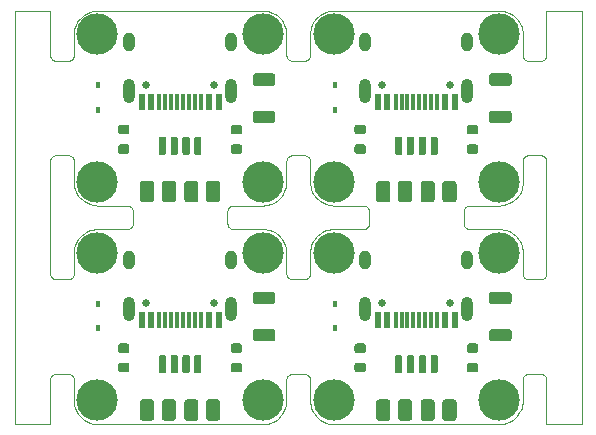
<source format=gbr>
G04 #@! TF.GenerationSoftware,KiCad,Pcbnew,5.1.5+dfsg1-2build2*
G04 #@! TF.CreationDate,2021-03-05T15:17:46+01:00*
G04 #@! TF.ProjectId,sDB_panel,7344425f-7061-46e6-956c-2e6b69636164,rev?*
G04 #@! TF.SameCoordinates,Original*
G04 #@! TF.FileFunction,Soldermask,Top*
G04 #@! TF.FilePolarity,Negative*
%FSLAX46Y46*%
G04 Gerber Fmt 4.6, Leading zero omitted, Abs format (unit mm)*
G04 Created by KiCad (PCBNEW 5.1.5+dfsg1-2build2) date 2021-03-05 15:17:46*
%MOMM*%
%LPD*%
G04 APERTURE LIST*
G04 #@! TA.AperFunction,Profile*
%ADD10C,0.100000*%
G04 #@! TD*
%ADD11C,0.350000*%
%ADD12O,1.000000X1.600000*%
%ADD13C,0.650000*%
%ADD14O,1.000000X2.100000*%
%ADD15R,0.300000X1.450000*%
%ADD16R,0.600000X1.450000*%
%ADD17R,0.450000X0.600000*%
%ADD18C,3.500001*%
%ADD19C,3.500000*%
G04 APERTURE END LIST*
D10*
X47999000Y-72258800D02*
X47999000Y-62741200D01*
X48001400Y-72307000D02*
X47999000Y-72258800D01*
X48008400Y-72354600D02*
X48001400Y-72307000D01*
X48020100Y-72401200D02*
X48008400Y-72354600D01*
X48036300Y-72446500D02*
X48020100Y-72401200D01*
X48056900Y-72490000D02*
X48036300Y-72446500D01*
X48081600Y-72531200D02*
X48056900Y-72490000D01*
X48110200Y-72569900D02*
X48081600Y-72531200D01*
X48142500Y-72605500D02*
X48110200Y-72569900D01*
X48178200Y-72637800D02*
X48142500Y-72605500D01*
X48216800Y-72666400D02*
X48178200Y-72637800D01*
X48258000Y-72691100D02*
X48216800Y-72666400D01*
X48301500Y-72711700D02*
X48258000Y-72691100D01*
X48346800Y-72727900D02*
X48301500Y-72711700D01*
X48393400Y-72739600D02*
X48346800Y-72727900D01*
X48441000Y-72746600D02*
X48393400Y-72739600D01*
X48489200Y-72749000D02*
X48441000Y-72746600D01*
X49508800Y-72749000D02*
X48489200Y-72749000D01*
X49557000Y-72746600D02*
X49508800Y-72749000D01*
X49604600Y-72739600D02*
X49557000Y-72746600D01*
X49651200Y-72727900D02*
X49604600Y-72739600D01*
X49696500Y-72711700D02*
X49651200Y-72727900D01*
X49740000Y-72691100D02*
X49696500Y-72711700D01*
X49781200Y-72666400D02*
X49740000Y-72691100D01*
X49819800Y-72637800D02*
X49781200Y-72666400D01*
X49855500Y-72605500D02*
X49819800Y-72637800D01*
X49887800Y-72569900D02*
X49855500Y-72605500D01*
X49916400Y-72531200D02*
X49887800Y-72569900D01*
X49941100Y-72490000D02*
X49916400Y-72531200D01*
X49961700Y-72446500D02*
X49941100Y-72490000D01*
X49977900Y-72401200D02*
X49961700Y-72446500D01*
X49989600Y-72354600D02*
X49977900Y-72401200D01*
X49996600Y-72307000D02*
X49989600Y-72354600D01*
X49999000Y-72258800D02*
X49996600Y-72307000D01*
X49999000Y-70499800D02*
X49999000Y-72258800D01*
X50010100Y-70291100D02*
X49999000Y-70499800D01*
X50041700Y-70090500D02*
X50010100Y-70291100D01*
X50097000Y-69881900D02*
X50041700Y-70090500D01*
X50175000Y-69680300D02*
X50097000Y-69881900D01*
X50267100Y-69499800D02*
X50175000Y-69680300D01*
X50377500Y-69329400D02*
X50267100Y-69499800D01*
X50513300Y-69161000D02*
X50377500Y-69329400D01*
X50661000Y-69013300D02*
X50513300Y-69161000D01*
X50818700Y-68885300D02*
X50661000Y-69013300D01*
X50999800Y-68767100D02*
X50818700Y-68885300D01*
X51186000Y-68672300D02*
X50999800Y-68767100D01*
X51375500Y-68599300D02*
X51186000Y-68672300D01*
X51590500Y-68541700D02*
X51375500Y-68599300D01*
X51791100Y-68510100D02*
X51590500Y-68541700D01*
X52000100Y-68499000D02*
X51791100Y-68510100D01*
X54508800Y-68499000D02*
X52000100Y-68499000D01*
X54557000Y-68496600D02*
X54508800Y-68499000D01*
X54604600Y-68489600D02*
X54557000Y-68496600D01*
X54651200Y-68477900D02*
X54604600Y-68489600D01*
X54696500Y-68461700D02*
X54651200Y-68477900D01*
X54740000Y-68441100D02*
X54696500Y-68461700D01*
X54781200Y-68416400D02*
X54740000Y-68441100D01*
X54819800Y-68387800D02*
X54781200Y-68416400D01*
X54855500Y-68355500D02*
X54819800Y-68387800D01*
X54887800Y-68319800D02*
X54855500Y-68355500D01*
X54916400Y-68281200D02*
X54887800Y-68319800D01*
X54941100Y-68240000D02*
X54916400Y-68281200D01*
X54961700Y-68196500D02*
X54941100Y-68240000D01*
X54977900Y-68151200D02*
X54961700Y-68196500D01*
X54989600Y-68104600D02*
X54977900Y-68151200D01*
X54996600Y-68057000D02*
X54989600Y-68104600D01*
X54999000Y-68008800D02*
X54996600Y-68057000D01*
X54999000Y-66991200D02*
X54999000Y-68008800D01*
X54996600Y-66943000D02*
X54999000Y-66991200D01*
X54989600Y-66895400D02*
X54996600Y-66943000D01*
X54977900Y-66848800D02*
X54989600Y-66895400D01*
X54961700Y-66803500D02*
X54977900Y-66848800D01*
X54941100Y-66760000D02*
X54961700Y-66803500D01*
X54916400Y-66718800D02*
X54941100Y-66760000D01*
X54887800Y-66680200D02*
X54916400Y-66718800D01*
X54855500Y-66644500D02*
X54887800Y-66680200D01*
X54819800Y-66612200D02*
X54855500Y-66644500D01*
X54781200Y-66583600D02*
X54819800Y-66612200D01*
X54740000Y-66558900D02*
X54781200Y-66583600D01*
X54696500Y-66538300D02*
X54740000Y-66558900D01*
X54651200Y-66522100D02*
X54696500Y-66538300D01*
X54604600Y-66510400D02*
X54651200Y-66522100D01*
X54557000Y-66503400D02*
X54604600Y-66510400D01*
X54508800Y-66501000D02*
X54557000Y-66503400D01*
X52003200Y-66501000D02*
X54508800Y-66501000D01*
X51797200Y-66490400D02*
X52003200Y-66501000D01*
X51584200Y-66457200D02*
X51797200Y-66490400D01*
X51381900Y-66403000D02*
X51584200Y-66457200D01*
X51186400Y-66327900D02*
X51381900Y-66403000D01*
X50999300Y-66232600D02*
X51186400Y-66327900D01*
X50824100Y-66118800D02*
X50999300Y-66232600D01*
X50661400Y-65987100D02*
X50824100Y-66118800D01*
X50513300Y-65839000D02*
X50661400Y-65987100D01*
X50385300Y-65681300D02*
X50513300Y-65839000D01*
X50264100Y-65494600D02*
X50385300Y-65681300D01*
X50172000Y-65313500D02*
X50264100Y-65494600D01*
X50095300Y-65112200D02*
X50172000Y-65313500D01*
X50042900Y-64916200D02*
X50095300Y-65112200D01*
X50011000Y-64715700D02*
X50042900Y-64916200D01*
X49999200Y-64503200D02*
X50011000Y-64715700D01*
X49999000Y-62741200D02*
X49999200Y-64503200D01*
X49996600Y-62693000D02*
X49999000Y-62741200D01*
X49989600Y-62645400D02*
X49996600Y-62693000D01*
X49977900Y-62598800D02*
X49989600Y-62645400D01*
X49961700Y-62553500D02*
X49977900Y-62598800D01*
X49941100Y-62510000D02*
X49961700Y-62553500D01*
X49916400Y-62468800D02*
X49941100Y-62510000D01*
X49887800Y-62430200D02*
X49916400Y-62468800D01*
X49855500Y-62394500D02*
X49887800Y-62430200D01*
X49819800Y-62362200D02*
X49855500Y-62394500D01*
X49781200Y-62333600D02*
X49819800Y-62362200D01*
X49740000Y-62308900D02*
X49781200Y-62333600D01*
X49696500Y-62288300D02*
X49740000Y-62308900D01*
X49651200Y-62272100D02*
X49696500Y-62288300D01*
X49604600Y-62260400D02*
X49651200Y-62272100D01*
X49557000Y-62253400D02*
X49604600Y-62260400D01*
X49508800Y-62251000D02*
X49557000Y-62253400D01*
X48489200Y-62251000D02*
X49508800Y-62251000D01*
X48441000Y-62253400D02*
X48489200Y-62251000D01*
X48393400Y-62260400D02*
X48441000Y-62253400D01*
X48346800Y-62272100D02*
X48393400Y-62260400D01*
X48301500Y-62288300D02*
X48346800Y-62272100D01*
X48258000Y-62308900D02*
X48301500Y-62288300D01*
X48216800Y-62333600D02*
X48258000Y-62308900D01*
X48178200Y-62362200D02*
X48216800Y-62333600D01*
X48142500Y-62394500D02*
X48178200Y-62362200D01*
X48110200Y-62430200D02*
X48142500Y-62394500D01*
X48081600Y-62468800D02*
X48110200Y-62430200D01*
X48056900Y-62510000D02*
X48081600Y-62468800D01*
X48036300Y-62553500D02*
X48056900Y-62510000D01*
X48020100Y-62598800D02*
X48036300Y-62553500D01*
X48008400Y-62645400D02*
X48020100Y-62598800D01*
X48001400Y-62693000D02*
X48008400Y-62645400D01*
X47999000Y-62741200D02*
X48001400Y-62693000D01*
X65996700Y-68499000D02*
X63491200Y-68499000D01*
X66208900Y-68510100D02*
X65996700Y-68499000D01*
X66416300Y-68543000D02*
X66208900Y-68510100D01*
X66624500Y-68599300D02*
X66416300Y-68543000D01*
X66813600Y-68672100D02*
X66624500Y-68599300D01*
X66994600Y-68764100D02*
X66813600Y-68672100D01*
X67175900Y-68881200D02*
X66994600Y-68764100D01*
X67338600Y-69013000D02*
X67175900Y-68881200D01*
X67482400Y-69156400D02*
X67338600Y-69013000D01*
X67622400Y-69329400D02*
X67482400Y-69156400D01*
X67732900Y-69499800D02*
X67622400Y-69329400D01*
X67827700Y-69686000D02*
X67732900Y-69499800D01*
X67902800Y-69881500D02*
X67827700Y-69686000D01*
X67955600Y-70077800D02*
X67902800Y-69881500D01*
X67989800Y-70290600D02*
X67955600Y-70077800D01*
X68001000Y-70500100D02*
X67989800Y-70290600D01*
X68001000Y-72258800D02*
X68001000Y-70500100D01*
X68003400Y-72307000D02*
X68001000Y-72258800D01*
X68010400Y-72354600D02*
X68003400Y-72307000D01*
X68022100Y-72401200D02*
X68010400Y-72354600D01*
X68038300Y-72446500D02*
X68022100Y-72401200D01*
X68058900Y-72490000D02*
X68038300Y-72446500D01*
X68083600Y-72531200D02*
X68058900Y-72490000D01*
X68112200Y-72569900D02*
X68083600Y-72531200D01*
X68144500Y-72605500D02*
X68112200Y-72569900D01*
X68180200Y-72637800D02*
X68144500Y-72605500D01*
X68218800Y-72666400D02*
X68180200Y-72637800D01*
X68260000Y-72691100D02*
X68218800Y-72666400D01*
X68303500Y-72711700D02*
X68260000Y-72691100D01*
X68348800Y-72727900D02*
X68303500Y-72711700D01*
X68395400Y-72739600D02*
X68348800Y-72727900D01*
X68443000Y-72746600D02*
X68395400Y-72739600D01*
X68491200Y-72749000D02*
X68443000Y-72746600D01*
X69508800Y-72749000D02*
X68491200Y-72749000D01*
X69557000Y-72746600D02*
X69508800Y-72749000D01*
X69604600Y-72739600D02*
X69557000Y-72746600D01*
X69651200Y-72727900D02*
X69604600Y-72739600D01*
X69696500Y-72711700D02*
X69651200Y-72727900D01*
X69740000Y-72691100D02*
X69696500Y-72711700D01*
X69781200Y-72666400D02*
X69740000Y-72691100D01*
X69819900Y-72637800D02*
X69781200Y-72666400D01*
X69855500Y-72605500D02*
X69819900Y-72637800D01*
X69887800Y-72569900D02*
X69855500Y-72605500D01*
X69916400Y-72531200D02*
X69887800Y-72569900D01*
X69941100Y-72490000D02*
X69916400Y-72531200D01*
X69961700Y-72446500D02*
X69941100Y-72490000D01*
X69977900Y-72401200D02*
X69961700Y-72446500D01*
X69989600Y-72354600D02*
X69977900Y-72401200D01*
X69996600Y-72307000D02*
X69989600Y-72354600D01*
X69999000Y-72258800D02*
X69996600Y-72307000D01*
X69999100Y-70499800D02*
X69999000Y-72258800D01*
X70010100Y-70291100D02*
X69999100Y-70499800D01*
X70041700Y-70090500D02*
X70010100Y-70291100D01*
X70097000Y-69881900D02*
X70041700Y-70090500D01*
X70175000Y-69680300D02*
X70097000Y-69881900D01*
X70267100Y-69499800D02*
X70175000Y-69680300D01*
X70377600Y-69329400D02*
X70267100Y-69499800D01*
X70513300Y-69161000D02*
X70377600Y-69329400D01*
X70661000Y-69013300D02*
X70513300Y-69161000D01*
X70818700Y-68885300D02*
X70661000Y-69013300D01*
X70999800Y-68767100D02*
X70818700Y-68885300D01*
X71186000Y-68672300D02*
X70999800Y-68767100D01*
X71375500Y-68599300D02*
X71186000Y-68672300D01*
X71590500Y-68541700D02*
X71375500Y-68599300D01*
X71791200Y-68510100D02*
X71590500Y-68541700D01*
X72000100Y-68499000D02*
X71791200Y-68510100D01*
X74508800Y-68499000D02*
X72000100Y-68499000D01*
X74557000Y-68496600D02*
X74508800Y-68499000D01*
X74604600Y-68489600D02*
X74557000Y-68496600D01*
X74651200Y-68477900D02*
X74604600Y-68489600D01*
X74696500Y-68461700D02*
X74651200Y-68477900D01*
X74740000Y-68441100D02*
X74696500Y-68461700D01*
X74781200Y-68416400D02*
X74740000Y-68441100D01*
X74819900Y-68387800D02*
X74781200Y-68416400D01*
X74855500Y-68355500D02*
X74819900Y-68387800D01*
X74887800Y-68319800D02*
X74855500Y-68355500D01*
X74916400Y-68281200D02*
X74887800Y-68319800D01*
X74941100Y-68240000D02*
X74916400Y-68281200D01*
X74961700Y-68196500D02*
X74941100Y-68240000D01*
X74977900Y-68151200D02*
X74961700Y-68196500D01*
X74989600Y-68104600D02*
X74977900Y-68151200D01*
X74996600Y-68057000D02*
X74989600Y-68104600D01*
X74999000Y-68008800D02*
X74996600Y-68057000D01*
X74999000Y-66991200D02*
X74999000Y-68008800D01*
X74996600Y-66943000D02*
X74999000Y-66991200D01*
X74989600Y-66895400D02*
X74996600Y-66943000D01*
X74977900Y-66848800D02*
X74989600Y-66895400D01*
X74961700Y-66803500D02*
X74977900Y-66848800D01*
X74941100Y-66760000D02*
X74961700Y-66803500D01*
X74916400Y-66718800D02*
X74941100Y-66760000D01*
X74887800Y-66680200D02*
X74916400Y-66718800D01*
X74855500Y-66644500D02*
X74887800Y-66680200D01*
X74819900Y-66612200D02*
X74855500Y-66644500D01*
X74781200Y-66583600D02*
X74819900Y-66612200D01*
X74740000Y-66558900D02*
X74781200Y-66583600D01*
X74696500Y-66538300D02*
X74740000Y-66558900D01*
X74651200Y-66522100D02*
X74696500Y-66538300D01*
X74604600Y-66510400D02*
X74651200Y-66522100D01*
X74557000Y-66503400D02*
X74604600Y-66510400D01*
X74508800Y-66501000D02*
X74557000Y-66503400D01*
X72003200Y-66501000D02*
X74508800Y-66501000D01*
X71791100Y-66489900D02*
X72003200Y-66501000D01*
X71583700Y-66457000D02*
X71791100Y-66489900D01*
X71375500Y-66400700D02*
X71583700Y-66457000D01*
X71186400Y-66327900D02*
X71375500Y-66400700D01*
X71005400Y-66235900D02*
X71186400Y-66327900D01*
X70824100Y-66118800D02*
X71005400Y-66235900D01*
X70661400Y-65987100D02*
X70824100Y-66118800D01*
X70517700Y-65843600D02*
X70661400Y-65987100D01*
X70377600Y-65670600D02*
X70517700Y-65843600D01*
X70267100Y-65500200D02*
X70377600Y-65670600D01*
X70172300Y-65314000D02*
X70267100Y-65500200D01*
X70097200Y-65118500D02*
X70172300Y-65314000D01*
X70044400Y-64922200D02*
X70097200Y-65118500D01*
X70010200Y-64709400D02*
X70044400Y-64922200D01*
X69999000Y-64499900D02*
X70010200Y-64709400D01*
X69999000Y-62741200D02*
X69999000Y-64499900D01*
X69996600Y-62693000D02*
X69999000Y-62741200D01*
X69989600Y-62645400D02*
X69996600Y-62693000D01*
X69977900Y-62598800D02*
X69989600Y-62645400D01*
X69961700Y-62553500D02*
X69977900Y-62598800D01*
X69941100Y-62510000D02*
X69961700Y-62553500D01*
X69916400Y-62468800D02*
X69941100Y-62510000D01*
X69887800Y-62430200D02*
X69916400Y-62468800D01*
X69855500Y-62394500D02*
X69887800Y-62430200D01*
X69819800Y-62362200D02*
X69855500Y-62394500D01*
X69781200Y-62333600D02*
X69819800Y-62362200D01*
X69740000Y-62308900D02*
X69781200Y-62333600D01*
X69696500Y-62288300D02*
X69740000Y-62308900D01*
X69651200Y-62272100D02*
X69696500Y-62288300D01*
X69604600Y-62260400D02*
X69651200Y-62272100D01*
X69557000Y-62253400D02*
X69604600Y-62260400D01*
X69508800Y-62251000D02*
X69557000Y-62253400D01*
X68491200Y-62251000D02*
X69508800Y-62251000D01*
X68443000Y-62253400D02*
X68491200Y-62251000D01*
X68395400Y-62260400D02*
X68443000Y-62253400D01*
X68348800Y-62272100D02*
X68395400Y-62260400D01*
X68303500Y-62288300D02*
X68348800Y-62272100D01*
X68260000Y-62308900D02*
X68303500Y-62288300D01*
X68218800Y-62333600D02*
X68260000Y-62308900D01*
X68180200Y-62362200D02*
X68218800Y-62333600D01*
X68144500Y-62394500D02*
X68180200Y-62362200D01*
X68112200Y-62430200D02*
X68144500Y-62394500D01*
X68083600Y-62468800D02*
X68112200Y-62430200D01*
X68058900Y-62510000D02*
X68083600Y-62468800D01*
X68038300Y-62553500D02*
X68058900Y-62510000D01*
X68022100Y-62598800D02*
X68038300Y-62553500D01*
X68010400Y-62645400D02*
X68022100Y-62598800D01*
X68003400Y-62693000D02*
X68010400Y-62645400D01*
X68001000Y-62741200D02*
X68003400Y-62693000D01*
X68001000Y-64496800D02*
X68001000Y-62741200D01*
X67989800Y-64709400D02*
X68001000Y-64496800D01*
X67955600Y-64922400D02*
X67989800Y-64709400D01*
X67903000Y-65118100D02*
X67955600Y-64922400D01*
X67830400Y-65307700D02*
X67903000Y-65118100D01*
X67732900Y-65500200D02*
X67830400Y-65307700D01*
X67614700Y-65681300D02*
X67732900Y-65500200D01*
X67486700Y-65839000D02*
X67614700Y-65681300D01*
X67339000Y-65986700D02*
X67486700Y-65839000D01*
X67176200Y-66118600D02*
X67339000Y-65986700D01*
X67006100Y-66229300D02*
X67176200Y-66118600D01*
X66807700Y-66330400D02*
X67006100Y-66229300D01*
X66618000Y-66403000D02*
X66807700Y-66330400D01*
X66415700Y-66457200D02*
X66618000Y-66403000D01*
X66209400Y-66489800D02*
X66415700Y-66457200D01*
X65999900Y-66501000D02*
X66209400Y-66489800D01*
X63491200Y-66501000D02*
X65999900Y-66501000D01*
X63443000Y-66503400D02*
X63491200Y-66501000D01*
X63395400Y-66510400D02*
X63443000Y-66503400D01*
X63348800Y-66522100D02*
X63395400Y-66510400D01*
X63303500Y-66538300D02*
X63348800Y-66522100D01*
X63260000Y-66558900D02*
X63303500Y-66538300D01*
X63218800Y-66583600D02*
X63260000Y-66558900D01*
X63180200Y-66612200D02*
X63218800Y-66583600D01*
X63144500Y-66644500D02*
X63180200Y-66612200D01*
X63112200Y-66680200D02*
X63144500Y-66644500D01*
X63083600Y-66718800D02*
X63112200Y-66680200D01*
X63058900Y-66760000D02*
X63083600Y-66718800D01*
X63038300Y-66803500D02*
X63058900Y-66760000D01*
X63022100Y-66848800D02*
X63038300Y-66803500D01*
X63010400Y-66895400D02*
X63022100Y-66848800D01*
X63003400Y-66943000D02*
X63010400Y-66895400D01*
X63001000Y-66991200D02*
X63003400Y-66943000D01*
X63001000Y-68008800D02*
X63001000Y-66991200D01*
X63003400Y-68057000D02*
X63001000Y-68008800D01*
X63010400Y-68104600D02*
X63003400Y-68057000D01*
X63022100Y-68151200D02*
X63010400Y-68104600D01*
X63038300Y-68196500D02*
X63022100Y-68151200D01*
X63058900Y-68240000D02*
X63038300Y-68196500D01*
X63083600Y-68281200D02*
X63058900Y-68240000D01*
X63112200Y-68319900D02*
X63083600Y-68281200D01*
X63144500Y-68355500D02*
X63112200Y-68319900D01*
X63180200Y-68387800D02*
X63144500Y-68355500D01*
X63218800Y-68416400D02*
X63180200Y-68387800D01*
X63260000Y-68441100D02*
X63218800Y-68416400D01*
X63303500Y-68461700D02*
X63260000Y-68441100D01*
X63348800Y-68477900D02*
X63303500Y-68461700D01*
X63395400Y-68489600D02*
X63348800Y-68477900D01*
X63443000Y-68496600D02*
X63395400Y-68489600D01*
X63491200Y-68499000D02*
X63443000Y-68496600D01*
X90000000Y-62741200D02*
X90000000Y-72258800D01*
X89997600Y-62693000D02*
X90000000Y-62741200D01*
X89990600Y-62645400D02*
X89997600Y-62693000D01*
X89978900Y-62598800D02*
X89990600Y-62645400D01*
X89962700Y-62553500D02*
X89978900Y-62598800D01*
X89942100Y-62510000D02*
X89962700Y-62553500D01*
X89917400Y-62468800D02*
X89942100Y-62510000D01*
X89888800Y-62430200D02*
X89917400Y-62468800D01*
X89856500Y-62394500D02*
X89888800Y-62430200D01*
X89820900Y-62362200D02*
X89856500Y-62394500D01*
X89782200Y-62333600D02*
X89820900Y-62362200D01*
X89741000Y-62308900D02*
X89782200Y-62333600D01*
X89697500Y-62288300D02*
X89741000Y-62308900D01*
X89652300Y-62272100D02*
X89697500Y-62288300D01*
X89605600Y-62260400D02*
X89652300Y-62272100D01*
X89558000Y-62253400D02*
X89605600Y-62260400D01*
X89509800Y-62251000D02*
X89558000Y-62253400D01*
X88491300Y-62251000D02*
X89509800Y-62251000D01*
X88443000Y-62253400D02*
X88491300Y-62251000D01*
X88395400Y-62260400D02*
X88443000Y-62253400D01*
X88348800Y-62272100D02*
X88395400Y-62260400D01*
X88303500Y-62288300D02*
X88348800Y-62272100D01*
X88260000Y-62308900D02*
X88303500Y-62288300D01*
X88218800Y-62333600D02*
X88260000Y-62308900D01*
X88180200Y-62362200D02*
X88218800Y-62333600D01*
X88144500Y-62394500D02*
X88180200Y-62362200D01*
X88112200Y-62430200D02*
X88144500Y-62394500D01*
X88083600Y-62468800D02*
X88112200Y-62430200D01*
X88058900Y-62510000D02*
X88083600Y-62468800D01*
X88038300Y-62553500D02*
X88058900Y-62510000D01*
X88022100Y-62598800D02*
X88038300Y-62553500D01*
X88010400Y-62645400D02*
X88022100Y-62598800D01*
X88003400Y-62693000D02*
X88010400Y-62645400D01*
X88001000Y-62741200D02*
X88003400Y-62693000D01*
X88001000Y-64500200D02*
X88001000Y-62741200D01*
X87989900Y-64708900D02*
X88001000Y-64500200D01*
X87958300Y-64909500D02*
X87989900Y-64708900D01*
X87903000Y-65118100D02*
X87958300Y-64909500D01*
X87825000Y-65319800D02*
X87903000Y-65118100D01*
X87732900Y-65500200D02*
X87825000Y-65319800D01*
X87622500Y-65670600D02*
X87732900Y-65500200D01*
X87486700Y-65839000D02*
X87622500Y-65670600D01*
X87339000Y-65986700D02*
X87486700Y-65839000D01*
X87181300Y-66114700D02*
X87339000Y-65986700D01*
X87000200Y-66232900D02*
X87181300Y-66114700D01*
X86814000Y-66327700D02*
X87000200Y-66232900D01*
X86624500Y-66400700D02*
X86814000Y-66327700D01*
X86409500Y-66458300D02*
X86624500Y-66400700D01*
X86208900Y-66489900D02*
X86409500Y-66458300D01*
X85999900Y-66501000D02*
X86208900Y-66489900D01*
X83491300Y-66501000D02*
X85999900Y-66501000D01*
X83443000Y-66503400D02*
X83491300Y-66501000D01*
X83395400Y-66510400D02*
X83443000Y-66503400D01*
X83348800Y-66522100D02*
X83395400Y-66510400D01*
X83303500Y-66538300D02*
X83348800Y-66522100D01*
X83260000Y-66558900D02*
X83303500Y-66538300D01*
X83218800Y-66583600D02*
X83260000Y-66558900D01*
X83180200Y-66612200D02*
X83218800Y-66583600D01*
X83144500Y-66644500D02*
X83180200Y-66612200D01*
X83112200Y-66680200D02*
X83144500Y-66644500D01*
X83083600Y-66718800D02*
X83112200Y-66680200D01*
X83058900Y-66760000D02*
X83083600Y-66718800D01*
X83038300Y-66803500D02*
X83058900Y-66760000D01*
X83022100Y-66848800D02*
X83038300Y-66803500D01*
X83010400Y-66895400D02*
X83022100Y-66848800D01*
X83003400Y-66943000D02*
X83010400Y-66895400D01*
X83001000Y-66991200D02*
X83003400Y-66943000D01*
X83001000Y-68008800D02*
X83001000Y-66991200D01*
X83003400Y-68057000D02*
X83001000Y-68008800D01*
X83010400Y-68104600D02*
X83003400Y-68057000D01*
X83022100Y-68151200D02*
X83010400Y-68104600D01*
X83038300Y-68196500D02*
X83022100Y-68151200D01*
X83058900Y-68240000D02*
X83038300Y-68196500D01*
X83083600Y-68281200D02*
X83058900Y-68240000D01*
X83112200Y-68319900D02*
X83083600Y-68281200D01*
X83144500Y-68355500D02*
X83112200Y-68319900D01*
X83180200Y-68387800D02*
X83144500Y-68355500D01*
X83218800Y-68416400D02*
X83180200Y-68387800D01*
X83260000Y-68441100D02*
X83218800Y-68416400D01*
X83303500Y-68461700D02*
X83260000Y-68441100D01*
X83348800Y-68477900D02*
X83303500Y-68461700D01*
X83395400Y-68489600D02*
X83348800Y-68477900D01*
X83443000Y-68496600D02*
X83395400Y-68489600D01*
X83491300Y-68499000D02*
X83443000Y-68496600D01*
X85996900Y-68499000D02*
X83491300Y-68499000D01*
X86202800Y-68509600D02*
X85996900Y-68499000D01*
X86415800Y-68542900D02*
X86202800Y-68509600D01*
X86618100Y-68597000D02*
X86415800Y-68542900D01*
X86813600Y-68672100D02*
X86618100Y-68597000D01*
X87000700Y-68767400D02*
X86813600Y-68672100D01*
X87175900Y-68881200D02*
X87000700Y-68767400D01*
X87338600Y-69013000D02*
X87175900Y-68881200D01*
X87486800Y-69161000D02*
X87338600Y-69013000D01*
X87614700Y-69318700D02*
X87486800Y-69161000D01*
X87735900Y-69505400D02*
X87614700Y-69318700D01*
X87828000Y-69686500D02*
X87735900Y-69505400D01*
X87904700Y-69887800D02*
X87828000Y-69686500D01*
X87957100Y-70083800D02*
X87904700Y-69887800D01*
X87989000Y-70284300D02*
X87957100Y-70083800D01*
X88000800Y-70496800D02*
X87989000Y-70284300D01*
X88001000Y-72258800D02*
X88000800Y-70496800D01*
X88003400Y-72307000D02*
X88001000Y-72258800D01*
X88010400Y-72354600D02*
X88003400Y-72307000D01*
X88022100Y-72401200D02*
X88010400Y-72354600D01*
X88038300Y-72446500D02*
X88022100Y-72401200D01*
X88058900Y-72490000D02*
X88038300Y-72446500D01*
X88083600Y-72531200D02*
X88058900Y-72490000D01*
X88112200Y-72569900D02*
X88083600Y-72531200D01*
X88144500Y-72605500D02*
X88112200Y-72569900D01*
X88180200Y-72637800D02*
X88144500Y-72605500D01*
X88218800Y-72666400D02*
X88180200Y-72637800D01*
X88260000Y-72691100D02*
X88218800Y-72666400D01*
X88303500Y-72711700D02*
X88260000Y-72691100D01*
X88348800Y-72727900D02*
X88303500Y-72711700D01*
X88395400Y-72739600D02*
X88348800Y-72727900D01*
X88443000Y-72746600D02*
X88395400Y-72739600D01*
X88491200Y-72749000D02*
X88443000Y-72746600D01*
X89509800Y-72749000D02*
X88491200Y-72749000D01*
X89558000Y-72746600D02*
X89509800Y-72749000D01*
X89605600Y-72739600D02*
X89558000Y-72746600D01*
X89652300Y-72727900D02*
X89605600Y-72739600D01*
X89697500Y-72711700D02*
X89652300Y-72727900D01*
X89741000Y-72691100D02*
X89697500Y-72711700D01*
X89782200Y-72666400D02*
X89741000Y-72691100D01*
X89820900Y-72637800D02*
X89782200Y-72666400D01*
X89856500Y-72605500D02*
X89820900Y-72637800D01*
X89888800Y-72569900D02*
X89856500Y-72605500D01*
X89917400Y-72531200D02*
X89888800Y-72569900D01*
X89942100Y-72490000D02*
X89917400Y-72531200D01*
X89962700Y-72446500D02*
X89942100Y-72490000D01*
X89978900Y-72401200D02*
X89962700Y-72446500D01*
X89990600Y-72354600D02*
X89978900Y-72401200D01*
X89997600Y-72307000D02*
X89990600Y-72354600D01*
X90000000Y-72258800D02*
X89997600Y-72307000D01*
X47986700Y-49999000D02*
X45009600Y-49999100D01*
X47992300Y-49999700D02*
X47986700Y-49999000D01*
X47996900Y-50003100D02*
X47992300Y-49999700D01*
X47999000Y-50011300D02*
X47996900Y-50003100D01*
X47999000Y-53758800D02*
X47999000Y-50011300D01*
X48001400Y-53807000D02*
X47999000Y-53758800D01*
X48008400Y-53854600D02*
X48001400Y-53807000D01*
X48020100Y-53901200D02*
X48008400Y-53854600D01*
X48036300Y-53946500D02*
X48020100Y-53901200D01*
X48056900Y-53990000D02*
X48036300Y-53946500D01*
X48081600Y-54031200D02*
X48056900Y-53990000D01*
X48110200Y-54069800D02*
X48081600Y-54031200D01*
X48142500Y-54105500D02*
X48110200Y-54069800D01*
X48178200Y-54137800D02*
X48142500Y-54105500D01*
X48216800Y-54166400D02*
X48178200Y-54137800D01*
X48258000Y-54191100D02*
X48216800Y-54166400D01*
X48301500Y-54211700D02*
X48258000Y-54191100D01*
X48346800Y-54227900D02*
X48301500Y-54211700D01*
X48393400Y-54239600D02*
X48346800Y-54227900D01*
X48441000Y-54246600D02*
X48393400Y-54239600D01*
X48489200Y-54249000D02*
X48441000Y-54246600D01*
X49508800Y-54249000D02*
X48489200Y-54249000D01*
X49557000Y-54246600D02*
X49508800Y-54249000D01*
X49604600Y-54239600D02*
X49557000Y-54246600D01*
X49651200Y-54227900D02*
X49604600Y-54239600D01*
X49696500Y-54211700D02*
X49651200Y-54227900D01*
X49740000Y-54191100D02*
X49696500Y-54211700D01*
X49781200Y-54166400D02*
X49740000Y-54191100D01*
X49819800Y-54137800D02*
X49781200Y-54166400D01*
X49855500Y-54105500D02*
X49819800Y-54137800D01*
X49887800Y-54069800D02*
X49855500Y-54105500D01*
X49916400Y-54031200D02*
X49887800Y-54069800D01*
X49941100Y-53990000D02*
X49916400Y-54031200D01*
X49961700Y-53946500D02*
X49941100Y-53990000D01*
X49977900Y-53901200D02*
X49961700Y-53946500D01*
X49989600Y-53854600D02*
X49977900Y-53901200D01*
X49996600Y-53807000D02*
X49989600Y-53854600D01*
X49999000Y-53758800D02*
X49996600Y-53807000D01*
X49999000Y-52003200D02*
X49999000Y-53758800D01*
X50010100Y-51791100D02*
X49999000Y-52003200D01*
X50042900Y-51584200D02*
X50010100Y-51791100D01*
X50095200Y-51388100D02*
X50042900Y-51584200D01*
X50172300Y-51185900D02*
X50095200Y-51388100D01*
X50270700Y-50994000D02*
X50172300Y-51185900D01*
X50381200Y-50824100D02*
X50270700Y-50994000D01*
X50508800Y-50666200D02*
X50381200Y-50824100D01*
X50661000Y-50513300D02*
X50508800Y-50666200D01*
X50824200Y-50381100D02*
X50661000Y-50513300D01*
X51005400Y-50264100D02*
X50824200Y-50381100D01*
X51186000Y-50172300D02*
X51005400Y-50264100D01*
X51375500Y-50099300D02*
X51186000Y-50172300D01*
X51583800Y-50042900D02*
X51375500Y-50099300D01*
X51791100Y-50010100D02*
X51583800Y-50042900D01*
X52003300Y-49999000D02*
X51791100Y-50010100D01*
X65996700Y-49999000D02*
X52003300Y-49999000D01*
X66209400Y-50010200D02*
X65996700Y-49999000D01*
X66422200Y-50044400D02*
X66209400Y-50010200D01*
X66618600Y-50097200D02*
X66422200Y-50044400D01*
X66814100Y-50172300D02*
X66618600Y-50097200D01*
X67000700Y-50267400D02*
X66814100Y-50172300D01*
X67181300Y-50385300D02*
X67000700Y-50267400D01*
X67343600Y-50517600D02*
X67181300Y-50385300D01*
X67486700Y-50661000D02*
X67343600Y-50517600D01*
X67614700Y-50818700D02*
X67486700Y-50661000D01*
X67732600Y-50999400D02*
X67614700Y-50818700D01*
X67825100Y-51180500D02*
X67732600Y-50999400D01*
X67904800Y-51388000D02*
X67825100Y-51180500D01*
X67957200Y-51584300D02*
X67904800Y-51388000D01*
X67990400Y-51797200D02*
X67957200Y-51584300D01*
X68001000Y-52003100D02*
X67990400Y-51797200D01*
X68001000Y-53758800D02*
X68001000Y-52003100D01*
X68003400Y-53807000D02*
X68001000Y-53758800D01*
X68010400Y-53854600D02*
X68003400Y-53807000D01*
X68022100Y-53901200D02*
X68010400Y-53854600D01*
X68038300Y-53946500D02*
X68022100Y-53901200D01*
X68058900Y-53990000D02*
X68038300Y-53946500D01*
X68083600Y-54031200D02*
X68058900Y-53990000D01*
X68112200Y-54069800D02*
X68083600Y-54031200D01*
X68144500Y-54105500D02*
X68112200Y-54069800D01*
X68180200Y-54137800D02*
X68144500Y-54105500D01*
X68218800Y-54166400D02*
X68180200Y-54137800D01*
X68260000Y-54191100D02*
X68218800Y-54166400D01*
X68303500Y-54211700D02*
X68260000Y-54191100D01*
X68348800Y-54227900D02*
X68303500Y-54211700D01*
X68395400Y-54239600D02*
X68348800Y-54227900D01*
X68443000Y-54246600D02*
X68395400Y-54239600D01*
X68491200Y-54249000D02*
X68443000Y-54246600D01*
X69508800Y-54249000D02*
X68491200Y-54249000D01*
X69557000Y-54246600D02*
X69508800Y-54249000D01*
X69604600Y-54239600D02*
X69557000Y-54246600D01*
X69651200Y-54227900D02*
X69604600Y-54239600D01*
X69696500Y-54211700D02*
X69651200Y-54227900D01*
X69740000Y-54191100D02*
X69696500Y-54211700D01*
X69781200Y-54166400D02*
X69740000Y-54191100D01*
X69819900Y-54137800D02*
X69781200Y-54166400D01*
X69855500Y-54105500D02*
X69819900Y-54137800D01*
X69887800Y-54069800D02*
X69855500Y-54105500D01*
X69916400Y-54031200D02*
X69887800Y-54069800D01*
X69941100Y-53990000D02*
X69916400Y-54031200D01*
X69961700Y-53946500D02*
X69941100Y-53990000D01*
X69977900Y-53901200D02*
X69961700Y-53946500D01*
X69989600Y-53854600D02*
X69977900Y-53901200D01*
X69996600Y-53807000D02*
X69989600Y-53854600D01*
X69999000Y-53758800D02*
X69996600Y-53807000D01*
X69999000Y-52003300D02*
X69999000Y-53758800D01*
X70010100Y-51791100D02*
X69999000Y-52003300D01*
X70044400Y-51577600D02*
X70010100Y-51791100D01*
X70097200Y-51381400D02*
X70044400Y-51577600D01*
X70172100Y-51186400D02*
X70097200Y-51381400D01*
X70267100Y-50999800D02*
X70172100Y-51186400D01*
X70381500Y-50823700D02*
X70267100Y-50999800D01*
X70513300Y-50661000D02*
X70381500Y-50823700D01*
X70666200Y-50508800D02*
X70513300Y-50661000D01*
X70829400Y-50377600D02*
X70666200Y-50508800D01*
X70999400Y-50267400D02*
X70829400Y-50377600D01*
X71180200Y-50175000D02*
X70999400Y-50267400D01*
X71381500Y-50097200D02*
X71180200Y-50175000D01*
X71583800Y-50042900D02*
X71381500Y-50097200D01*
X71791200Y-50010100D02*
X71583800Y-50042900D01*
X72003300Y-49999000D02*
X71791200Y-50010100D01*
X85996700Y-49999000D02*
X72003300Y-49999000D01*
X86209400Y-50010200D02*
X85996700Y-49999000D01*
X86422400Y-50044400D02*
X86209400Y-50010200D01*
X86618100Y-50097000D02*
X86422400Y-50044400D01*
X86807700Y-50169600D02*
X86618100Y-50097000D01*
X87000200Y-50267100D02*
X86807700Y-50169600D01*
X87175900Y-50381200D02*
X87000200Y-50267100D01*
X87339000Y-50513300D02*
X87175900Y-50381200D01*
X87491200Y-50666200D02*
X87339000Y-50513300D01*
X87618600Y-50823800D02*
X87491200Y-50666200D01*
X87729300Y-50993900D02*
X87618600Y-50823800D01*
X87827800Y-51186000D02*
X87729300Y-50993900D01*
X87902800Y-51381500D02*
X87827800Y-51186000D01*
X87955600Y-51577600D02*
X87902800Y-51381500D01*
X87989900Y-51791100D02*
X87955600Y-51577600D01*
X88001000Y-52003100D02*
X87989900Y-51791100D01*
X88001000Y-53758800D02*
X88001000Y-52003100D01*
X88003400Y-53807000D02*
X88001000Y-53758800D01*
X88010400Y-53854600D02*
X88003400Y-53807000D01*
X88022100Y-53901200D02*
X88010400Y-53854600D01*
X88038300Y-53946500D02*
X88022100Y-53901200D01*
X88058900Y-53990000D02*
X88038300Y-53946500D01*
X88083600Y-54031200D02*
X88058900Y-53990000D01*
X88112200Y-54069800D02*
X88083600Y-54031200D01*
X88144500Y-54105500D02*
X88112200Y-54069800D01*
X88180200Y-54137800D02*
X88144500Y-54105500D01*
X88218800Y-54166400D02*
X88180200Y-54137800D01*
X88260000Y-54191100D02*
X88218800Y-54166400D01*
X88303500Y-54211700D02*
X88260000Y-54191100D01*
X88348800Y-54227900D02*
X88303500Y-54211700D01*
X88395400Y-54239600D02*
X88348800Y-54227900D01*
X88443000Y-54246600D02*
X88395400Y-54239600D01*
X88491200Y-54249000D02*
X88443000Y-54246600D01*
X89509800Y-54249000D02*
X88491200Y-54249000D01*
X89558000Y-54246600D02*
X89509800Y-54249000D01*
X89605600Y-54239600D02*
X89558000Y-54246600D01*
X89652300Y-54227900D02*
X89605600Y-54239600D01*
X89697500Y-54211700D02*
X89652300Y-54227900D01*
X89741000Y-54191100D02*
X89697500Y-54211700D01*
X89782200Y-54166400D02*
X89741000Y-54191100D01*
X89820900Y-54137800D02*
X89782200Y-54166400D01*
X89856500Y-54105500D02*
X89820900Y-54137800D01*
X89888800Y-54069800D02*
X89856500Y-54105500D01*
X89917400Y-54031200D02*
X89888800Y-54069800D01*
X89942100Y-53990000D02*
X89917400Y-54031200D01*
X89962700Y-53946500D02*
X89942100Y-53990000D01*
X89978900Y-53901200D02*
X89962700Y-53946500D01*
X89990600Y-53854600D02*
X89978900Y-53901200D01*
X89997600Y-53807000D02*
X89990600Y-53854600D01*
X90000000Y-53758800D02*
X89997600Y-53807000D01*
X90000000Y-50011300D02*
X90000000Y-53758800D01*
X90002700Y-50002400D02*
X90000000Y-50011300D01*
X90006800Y-49999700D02*
X90002700Y-50002400D01*
X90012300Y-49999000D02*
X90006800Y-49999700D01*
X92988700Y-49999000D02*
X90012300Y-49999000D01*
X92996900Y-50001100D02*
X92988700Y-49999000D01*
X93000300Y-50005700D02*
X92996900Y-50001100D01*
X93001000Y-50011300D02*
X93000300Y-50005700D01*
X93001000Y-84988700D02*
X93001000Y-50011300D01*
X92998900Y-84996900D02*
X93001000Y-84988700D01*
X92994300Y-85000300D02*
X92998900Y-84996900D01*
X92988700Y-85001000D02*
X92994300Y-85000300D01*
X90012300Y-85001000D02*
X92988700Y-85001000D01*
X90006800Y-85000300D02*
X90012300Y-85001000D01*
X90002700Y-84997600D02*
X90006800Y-85000300D01*
X90000000Y-84988700D02*
X90002700Y-84997600D01*
X90000000Y-81241300D02*
X90000000Y-84988700D01*
X89997600Y-81193000D02*
X90000000Y-81241300D01*
X89990600Y-81145400D02*
X89997600Y-81193000D01*
X89978900Y-81098800D02*
X89990600Y-81145400D01*
X89962700Y-81053500D02*
X89978900Y-81098800D01*
X89942100Y-81010000D02*
X89962700Y-81053500D01*
X89917400Y-80968800D02*
X89942100Y-81010000D01*
X89888800Y-80930200D02*
X89917400Y-80968800D01*
X89856500Y-80894500D02*
X89888800Y-80930200D01*
X89820900Y-80862200D02*
X89856500Y-80894500D01*
X89782200Y-80833600D02*
X89820900Y-80862200D01*
X89741000Y-80808900D02*
X89782200Y-80833600D01*
X89697500Y-80788300D02*
X89741000Y-80808900D01*
X89652300Y-80772100D02*
X89697500Y-80788300D01*
X89605600Y-80760400D02*
X89652300Y-80772100D01*
X89558000Y-80753400D02*
X89605600Y-80760400D01*
X89509800Y-80751000D02*
X89558000Y-80753400D01*
X88491300Y-80751000D02*
X89509800Y-80751000D01*
X88443000Y-80753400D02*
X88491300Y-80751000D01*
X88395400Y-80760400D02*
X88443000Y-80753400D01*
X88348800Y-80772100D02*
X88395400Y-80760400D01*
X88303500Y-80788300D02*
X88348800Y-80772100D01*
X88260000Y-80808900D02*
X88303500Y-80788300D01*
X88218800Y-80833600D02*
X88260000Y-80808900D01*
X88180200Y-80862200D02*
X88218800Y-80833600D01*
X88144500Y-80894500D02*
X88180200Y-80862200D01*
X88112200Y-80930200D02*
X88144500Y-80894500D01*
X88083600Y-80968800D02*
X88112200Y-80930200D01*
X88058900Y-81010000D02*
X88083600Y-80968800D01*
X88038300Y-81053500D02*
X88058900Y-81010000D01*
X88022100Y-81098800D02*
X88038300Y-81053500D01*
X88010400Y-81145400D02*
X88022100Y-81098800D01*
X88003400Y-81193000D02*
X88010400Y-81145400D01*
X88001000Y-81241300D02*
X88003400Y-81193000D01*
X88001000Y-82996900D02*
X88001000Y-81241300D01*
X87989900Y-83208900D02*
X88001000Y-82996900D01*
X87957200Y-83415800D02*
X87989900Y-83208900D01*
X87904800Y-83612000D02*
X87957200Y-83415800D01*
X87827700Y-83814100D02*
X87904800Y-83612000D01*
X87729300Y-84006000D02*
X87827700Y-83814100D01*
X87618800Y-84175900D02*
X87729300Y-84006000D01*
X87491200Y-84333800D02*
X87618800Y-84175900D01*
X87339000Y-84486800D02*
X87491200Y-84333800D01*
X87176300Y-84618600D02*
X87339000Y-84486800D01*
X87000200Y-84732900D02*
X87176300Y-84618600D01*
X86807700Y-84830400D02*
X87000200Y-84732900D01*
X86618500Y-84902800D02*
X86807700Y-84830400D01*
X86422400Y-84955600D02*
X86618500Y-84902800D01*
X86209400Y-84989800D02*
X86422400Y-84955600D01*
X85996700Y-85001000D02*
X86209400Y-84989800D01*
X72003300Y-85001000D02*
X85996700Y-85001000D01*
X71791100Y-84989900D02*
X72003300Y-85001000D01*
X71583700Y-84957100D02*
X71791100Y-84989900D01*
X71381400Y-84902800D02*
X71583700Y-84957100D01*
X71180300Y-84825000D02*
X71381400Y-84902800D01*
X70994000Y-84729300D02*
X71180300Y-84825000D01*
X70824100Y-84618800D02*
X70994000Y-84729300D01*
X70666200Y-84491200D02*
X70824100Y-84618800D01*
X70513300Y-84339000D02*
X70666200Y-84491200D01*
X70381400Y-84176300D02*
X70513300Y-84339000D01*
X70267400Y-84000600D02*
X70381400Y-84176300D01*
X70172000Y-83813600D02*
X70267400Y-84000600D01*
X70097200Y-83618500D02*
X70172000Y-83813600D01*
X70044400Y-83422400D02*
X70097200Y-83618500D01*
X70010100Y-83208900D02*
X70044400Y-83422400D01*
X69999000Y-82996700D02*
X70010100Y-83208900D01*
X69999000Y-81241300D02*
X69999000Y-82996700D01*
X69996600Y-81193000D02*
X69999000Y-81241300D01*
X69989600Y-81145400D02*
X69996600Y-81193000D01*
X69977900Y-81098800D02*
X69989600Y-81145400D01*
X69961700Y-81053500D02*
X69977900Y-81098800D01*
X69941100Y-81010000D02*
X69961700Y-81053500D01*
X69916400Y-80968800D02*
X69941100Y-81010000D01*
X69887800Y-80930200D02*
X69916400Y-80968800D01*
X69855500Y-80894500D02*
X69887800Y-80930200D01*
X69819800Y-80862200D02*
X69855500Y-80894500D01*
X69781200Y-80833600D02*
X69819800Y-80862200D01*
X69740000Y-80808900D02*
X69781200Y-80833600D01*
X69696500Y-80788300D02*
X69740000Y-80808900D01*
X69651200Y-80772100D02*
X69696500Y-80788300D01*
X69604600Y-80760400D02*
X69651200Y-80772100D01*
X69557000Y-80753400D02*
X69604600Y-80760400D01*
X69508800Y-80751000D02*
X69557000Y-80753400D01*
X68491200Y-80751000D02*
X69508800Y-80751000D01*
X68443000Y-80753400D02*
X68491200Y-80751000D01*
X68395400Y-80760400D02*
X68443000Y-80753400D01*
X68348800Y-80772100D02*
X68395400Y-80760400D01*
X68303500Y-80788300D02*
X68348800Y-80772100D01*
X68260000Y-80808900D02*
X68303500Y-80788300D01*
X68218800Y-80833600D02*
X68260000Y-80808900D01*
X68180200Y-80862200D02*
X68218800Y-80833600D01*
X68144500Y-80894500D02*
X68180200Y-80862200D01*
X68112200Y-80930200D02*
X68144500Y-80894500D01*
X68083600Y-80968800D02*
X68112200Y-80930200D01*
X68058900Y-81010000D02*
X68083600Y-80968800D01*
X68038300Y-81053500D02*
X68058900Y-81010000D01*
X68022100Y-81098800D02*
X68038300Y-81053500D01*
X68010400Y-81145400D02*
X68022100Y-81098800D01*
X68003400Y-81193000D02*
X68010400Y-81145400D01*
X68001000Y-81241300D02*
X68003400Y-81193000D01*
X68001000Y-82996900D02*
X68001000Y-81241300D01*
X67990400Y-83202800D02*
X68001000Y-82996900D01*
X67955600Y-83422400D02*
X67990400Y-83202800D01*
X67902800Y-83618600D02*
X67955600Y-83422400D01*
X67825100Y-83819500D02*
X67902800Y-83618600D01*
X67732600Y-84000700D02*
X67825100Y-83819500D01*
X67618500Y-84176300D02*
X67732600Y-84000700D01*
X67486700Y-84339000D02*
X67618500Y-84176300D01*
X67333800Y-84491200D02*
X67486700Y-84339000D01*
X67170600Y-84622400D02*
X67333800Y-84491200D01*
X67000600Y-84732700D02*
X67170600Y-84622400D01*
X66819800Y-84825000D02*
X67000600Y-84732700D01*
X66618500Y-84902800D02*
X66819800Y-84825000D01*
X66422200Y-84955600D02*
X66618500Y-84902800D01*
X66209400Y-84989800D02*
X66422200Y-84955600D01*
X65996700Y-85001000D02*
X66209400Y-84989800D01*
X52003300Y-85001000D02*
X65996700Y-85001000D01*
X51791100Y-84989900D02*
X52003300Y-85001000D01*
X51583700Y-84957100D02*
X51791100Y-84989900D01*
X51375500Y-84900700D02*
X51583700Y-84957100D01*
X51186400Y-84827900D02*
X51375500Y-84900700D01*
X51005400Y-84735900D02*
X51186400Y-84827900D01*
X50824100Y-84618800D02*
X51005400Y-84735900D01*
X50661000Y-84486700D02*
X50824100Y-84618800D01*
X50508800Y-84333800D02*
X50661000Y-84486700D01*
X50381400Y-84176300D02*
X50508800Y-84333800D01*
X50270700Y-84006100D02*
X50381400Y-84176300D01*
X50172300Y-83814000D02*
X50270700Y-84006100D01*
X50097200Y-83618500D02*
X50172300Y-83814000D01*
X50044400Y-83422400D02*
X50097200Y-83618500D01*
X50010100Y-83208900D02*
X50044400Y-83422400D01*
X49999000Y-82996900D02*
X50010100Y-83208900D01*
X49999000Y-81241300D02*
X49999000Y-82996900D01*
X49996600Y-81193000D02*
X49999000Y-81241300D01*
X49989600Y-81145400D02*
X49996600Y-81193000D01*
X49977900Y-81098800D02*
X49989600Y-81145400D01*
X49961700Y-81053500D02*
X49977900Y-81098800D01*
X49941100Y-81010000D02*
X49961700Y-81053500D01*
X49916400Y-80968800D02*
X49941100Y-81010000D01*
X49887800Y-80930200D02*
X49916400Y-80968800D01*
X49855500Y-80894500D02*
X49887800Y-80930200D01*
X49819800Y-80862200D02*
X49855500Y-80894500D01*
X49781200Y-80833600D02*
X49819800Y-80862200D01*
X49740000Y-80808900D02*
X49781200Y-80833600D01*
X49696500Y-80788300D02*
X49740000Y-80808900D01*
X49651200Y-80772100D02*
X49696500Y-80788300D01*
X49604600Y-80760400D02*
X49651200Y-80772100D01*
X49557000Y-80753400D02*
X49604600Y-80760400D01*
X49508800Y-80751000D02*
X49557000Y-80753400D01*
X48489200Y-80751000D02*
X49508800Y-80751000D01*
X48441000Y-80753400D02*
X48489200Y-80751000D01*
X48393400Y-80760400D02*
X48441000Y-80753400D01*
X48346800Y-80772100D02*
X48393400Y-80760400D01*
X48301500Y-80788300D02*
X48346800Y-80772100D01*
X48258000Y-80808900D02*
X48301500Y-80788300D01*
X48216800Y-80833600D02*
X48258000Y-80808900D01*
X48178200Y-80862200D02*
X48216800Y-80833600D01*
X48142500Y-80894500D02*
X48178200Y-80862200D01*
X48110200Y-80930200D02*
X48142500Y-80894500D01*
X48081600Y-80968800D02*
X48110200Y-80930200D01*
X48056900Y-81010000D02*
X48081600Y-80968800D01*
X48036300Y-81053500D02*
X48056900Y-81010000D01*
X48020100Y-81098800D02*
X48036300Y-81053500D01*
X48008400Y-81145400D02*
X48020100Y-81098800D01*
X48001400Y-81193000D02*
X48008400Y-81145400D01*
X47999000Y-81241300D02*
X48001400Y-81193000D01*
X47999000Y-84988700D02*
X47999000Y-81241300D01*
X47996900Y-84996900D02*
X47999000Y-84988700D01*
X47992300Y-85000300D02*
X47996900Y-84996900D01*
X47986700Y-85001000D02*
X47992300Y-85000300D01*
X45012300Y-85001000D02*
X47986700Y-85001000D01*
X45004100Y-84998900D02*
X45012300Y-85001000D01*
X45000700Y-84994300D02*
X45004100Y-84998900D01*
X45000000Y-84988700D02*
X45000700Y-84994300D01*
X45000000Y-50011300D02*
X45000000Y-84988700D01*
X45002100Y-50003100D02*
X45000000Y-50011300D01*
X45009600Y-49999100D02*
X45002100Y-50003100D01*
D11*
G04 #@! TO.C,J2*
G36*
X77662713Y-79169232D02*
G01*
X77677274Y-79171392D01*
X77691553Y-79174969D01*
X77705413Y-79179928D01*
X77718720Y-79186222D01*
X77731346Y-79193790D01*
X77743169Y-79202558D01*
X77754076Y-79212444D01*
X77763962Y-79223351D01*
X77772730Y-79235174D01*
X77780298Y-79247800D01*
X77786592Y-79261107D01*
X77791551Y-79274967D01*
X77795128Y-79289246D01*
X77797288Y-79303807D01*
X77798010Y-79318510D01*
X77798010Y-80568510D01*
X77797288Y-80583213D01*
X77795128Y-80597774D01*
X77791551Y-80612053D01*
X77786592Y-80625913D01*
X77780298Y-80639220D01*
X77772730Y-80651846D01*
X77763962Y-80663669D01*
X77754076Y-80674576D01*
X77743169Y-80684462D01*
X77731346Y-80693230D01*
X77718720Y-80700798D01*
X77705413Y-80707092D01*
X77691553Y-80712051D01*
X77677274Y-80715628D01*
X77662713Y-80717788D01*
X77648010Y-80718510D01*
X77348010Y-80718510D01*
X77333307Y-80717788D01*
X77318746Y-80715628D01*
X77304467Y-80712051D01*
X77290607Y-80707092D01*
X77277300Y-80700798D01*
X77264674Y-80693230D01*
X77252851Y-80684462D01*
X77241944Y-80674576D01*
X77232058Y-80663669D01*
X77223290Y-80651846D01*
X77215722Y-80639220D01*
X77209428Y-80625913D01*
X77204469Y-80612053D01*
X77200892Y-80597774D01*
X77198732Y-80583213D01*
X77198010Y-80568510D01*
X77198010Y-79318510D01*
X77198732Y-79303807D01*
X77200892Y-79289246D01*
X77204469Y-79274967D01*
X77209428Y-79261107D01*
X77215722Y-79247800D01*
X77223290Y-79235174D01*
X77232058Y-79223351D01*
X77241944Y-79212444D01*
X77252851Y-79202558D01*
X77264674Y-79193790D01*
X77277300Y-79186222D01*
X77290607Y-79179928D01*
X77304467Y-79174969D01*
X77318746Y-79171392D01*
X77333307Y-79169232D01*
X77348010Y-79168510D01*
X77648010Y-79168510D01*
X77662713Y-79169232D01*
G37*
G36*
X78662713Y-79169232D02*
G01*
X78677274Y-79171392D01*
X78691553Y-79174969D01*
X78705413Y-79179928D01*
X78718720Y-79186222D01*
X78731346Y-79193790D01*
X78743169Y-79202558D01*
X78754076Y-79212444D01*
X78763962Y-79223351D01*
X78772730Y-79235174D01*
X78780298Y-79247800D01*
X78786592Y-79261107D01*
X78791551Y-79274967D01*
X78795128Y-79289246D01*
X78797288Y-79303807D01*
X78798010Y-79318510D01*
X78798010Y-80568510D01*
X78797288Y-80583213D01*
X78795128Y-80597774D01*
X78791551Y-80612053D01*
X78786592Y-80625913D01*
X78780298Y-80639220D01*
X78772730Y-80651846D01*
X78763962Y-80663669D01*
X78754076Y-80674576D01*
X78743169Y-80684462D01*
X78731346Y-80693230D01*
X78718720Y-80700798D01*
X78705413Y-80707092D01*
X78691553Y-80712051D01*
X78677274Y-80715628D01*
X78662713Y-80717788D01*
X78648010Y-80718510D01*
X78348010Y-80718510D01*
X78333307Y-80717788D01*
X78318746Y-80715628D01*
X78304467Y-80712051D01*
X78290607Y-80707092D01*
X78277300Y-80700798D01*
X78264674Y-80693230D01*
X78252851Y-80684462D01*
X78241944Y-80674576D01*
X78232058Y-80663669D01*
X78223290Y-80651846D01*
X78215722Y-80639220D01*
X78209428Y-80625913D01*
X78204469Y-80612053D01*
X78200892Y-80597774D01*
X78198732Y-80583213D01*
X78198010Y-80568510D01*
X78198010Y-79318510D01*
X78198732Y-79303807D01*
X78200892Y-79289246D01*
X78204469Y-79274967D01*
X78209428Y-79261107D01*
X78215722Y-79247800D01*
X78223290Y-79235174D01*
X78232058Y-79223351D01*
X78241944Y-79212444D01*
X78252851Y-79202558D01*
X78264674Y-79193790D01*
X78277300Y-79186222D01*
X78290607Y-79179928D01*
X78304467Y-79174969D01*
X78318746Y-79171392D01*
X78333307Y-79169232D01*
X78348010Y-79168510D01*
X78648010Y-79168510D01*
X78662713Y-79169232D01*
G37*
G36*
X79662713Y-79169232D02*
G01*
X79677274Y-79171392D01*
X79691553Y-79174969D01*
X79705413Y-79179928D01*
X79718720Y-79186222D01*
X79731346Y-79193790D01*
X79743169Y-79202558D01*
X79754076Y-79212444D01*
X79763962Y-79223351D01*
X79772730Y-79235174D01*
X79780298Y-79247800D01*
X79786592Y-79261107D01*
X79791551Y-79274967D01*
X79795128Y-79289246D01*
X79797288Y-79303807D01*
X79798010Y-79318510D01*
X79798010Y-80568510D01*
X79797288Y-80583213D01*
X79795128Y-80597774D01*
X79791551Y-80612053D01*
X79786592Y-80625913D01*
X79780298Y-80639220D01*
X79772730Y-80651846D01*
X79763962Y-80663669D01*
X79754076Y-80674576D01*
X79743169Y-80684462D01*
X79731346Y-80693230D01*
X79718720Y-80700798D01*
X79705413Y-80707092D01*
X79691553Y-80712051D01*
X79677274Y-80715628D01*
X79662713Y-80717788D01*
X79648010Y-80718510D01*
X79348010Y-80718510D01*
X79333307Y-80717788D01*
X79318746Y-80715628D01*
X79304467Y-80712051D01*
X79290607Y-80707092D01*
X79277300Y-80700798D01*
X79264674Y-80693230D01*
X79252851Y-80684462D01*
X79241944Y-80674576D01*
X79232058Y-80663669D01*
X79223290Y-80651846D01*
X79215722Y-80639220D01*
X79209428Y-80625913D01*
X79204469Y-80612053D01*
X79200892Y-80597774D01*
X79198732Y-80583213D01*
X79198010Y-80568510D01*
X79198010Y-79318510D01*
X79198732Y-79303807D01*
X79200892Y-79289246D01*
X79204469Y-79274967D01*
X79209428Y-79261107D01*
X79215722Y-79247800D01*
X79223290Y-79235174D01*
X79232058Y-79223351D01*
X79241944Y-79212444D01*
X79252851Y-79202558D01*
X79264674Y-79193790D01*
X79277300Y-79186222D01*
X79290607Y-79179928D01*
X79304467Y-79174969D01*
X79318746Y-79171392D01*
X79333307Y-79169232D01*
X79348010Y-79168510D01*
X79648010Y-79168510D01*
X79662713Y-79169232D01*
G37*
G36*
X80662713Y-79169232D02*
G01*
X80677274Y-79171392D01*
X80691553Y-79174969D01*
X80705413Y-79179928D01*
X80718720Y-79186222D01*
X80731346Y-79193790D01*
X80743169Y-79202558D01*
X80754076Y-79212444D01*
X80763962Y-79223351D01*
X80772730Y-79235174D01*
X80780298Y-79247800D01*
X80786592Y-79261107D01*
X80791551Y-79274967D01*
X80795128Y-79289246D01*
X80797288Y-79303807D01*
X80798010Y-79318510D01*
X80798010Y-80568510D01*
X80797288Y-80583213D01*
X80795128Y-80597774D01*
X80791551Y-80612053D01*
X80786592Y-80625913D01*
X80780298Y-80639220D01*
X80772730Y-80651846D01*
X80763962Y-80663669D01*
X80754076Y-80674576D01*
X80743169Y-80684462D01*
X80731346Y-80693230D01*
X80718720Y-80700798D01*
X80705413Y-80707092D01*
X80691553Y-80712051D01*
X80677274Y-80715628D01*
X80662713Y-80717788D01*
X80648010Y-80718510D01*
X80348010Y-80718510D01*
X80333307Y-80717788D01*
X80318746Y-80715628D01*
X80304467Y-80712051D01*
X80290607Y-80707092D01*
X80277300Y-80700798D01*
X80264674Y-80693230D01*
X80252851Y-80684462D01*
X80241944Y-80674576D01*
X80232058Y-80663669D01*
X80223290Y-80651846D01*
X80215722Y-80639220D01*
X80209428Y-80625913D01*
X80204469Y-80612053D01*
X80200892Y-80597774D01*
X80198732Y-80583213D01*
X80198010Y-80568510D01*
X80198010Y-79318510D01*
X80198732Y-79303807D01*
X80200892Y-79289246D01*
X80204469Y-79274967D01*
X80209428Y-79261107D01*
X80215722Y-79247800D01*
X80223290Y-79235174D01*
X80232058Y-79223351D01*
X80241944Y-79212444D01*
X80252851Y-79202558D01*
X80264674Y-79193790D01*
X80277300Y-79186222D01*
X80290607Y-79179928D01*
X80304467Y-79174969D01*
X80318746Y-79171392D01*
X80333307Y-79169232D01*
X80348010Y-79168510D01*
X80648010Y-79168510D01*
X80662713Y-79169232D01*
G37*
G36*
X76572875Y-82919712D02*
G01*
X76597105Y-82923306D01*
X76620865Y-82929258D01*
X76643928Y-82937510D01*
X76666071Y-82947982D01*
X76687080Y-82960575D01*
X76706755Y-82975167D01*
X76724904Y-82991616D01*
X76741353Y-83009765D01*
X76755945Y-83029440D01*
X76768538Y-83050449D01*
X76779010Y-83072592D01*
X76787262Y-83095655D01*
X76793214Y-83119415D01*
X76796808Y-83143645D01*
X76798010Y-83168110D01*
X76798010Y-84468910D01*
X76796808Y-84493375D01*
X76793214Y-84517605D01*
X76787262Y-84541365D01*
X76779010Y-84564428D01*
X76768538Y-84586571D01*
X76755945Y-84607580D01*
X76741353Y-84627255D01*
X76724904Y-84645404D01*
X76706755Y-84661853D01*
X76687080Y-84676445D01*
X76666071Y-84689038D01*
X76643928Y-84699510D01*
X76620865Y-84707762D01*
X76597105Y-84713714D01*
X76572875Y-84717308D01*
X76548410Y-84718510D01*
X75847610Y-84718510D01*
X75823145Y-84717308D01*
X75798915Y-84713714D01*
X75775155Y-84707762D01*
X75752092Y-84699510D01*
X75729949Y-84689038D01*
X75708940Y-84676445D01*
X75689265Y-84661853D01*
X75671116Y-84645404D01*
X75654667Y-84627255D01*
X75640075Y-84607580D01*
X75627482Y-84586571D01*
X75617010Y-84564428D01*
X75608758Y-84541365D01*
X75602806Y-84517605D01*
X75599212Y-84493375D01*
X75598010Y-84468910D01*
X75598010Y-83168110D01*
X75599212Y-83143645D01*
X75602806Y-83119415D01*
X75608758Y-83095655D01*
X75617010Y-83072592D01*
X75627482Y-83050449D01*
X75640075Y-83029440D01*
X75654667Y-83009765D01*
X75671116Y-82991616D01*
X75689265Y-82975167D01*
X75708940Y-82960575D01*
X75729949Y-82947982D01*
X75752092Y-82937510D01*
X75775155Y-82929258D01*
X75798915Y-82923306D01*
X75823145Y-82919712D01*
X75847610Y-82918510D01*
X76548410Y-82918510D01*
X76572875Y-82919712D01*
G37*
G36*
X82172875Y-82919712D02*
G01*
X82197105Y-82923306D01*
X82220865Y-82929258D01*
X82243928Y-82937510D01*
X82266071Y-82947982D01*
X82287080Y-82960575D01*
X82306755Y-82975167D01*
X82324904Y-82991616D01*
X82341353Y-83009765D01*
X82355945Y-83029440D01*
X82368538Y-83050449D01*
X82379010Y-83072592D01*
X82387262Y-83095655D01*
X82393214Y-83119415D01*
X82396808Y-83143645D01*
X82398010Y-83168110D01*
X82398010Y-84468910D01*
X82396808Y-84493375D01*
X82393214Y-84517605D01*
X82387262Y-84541365D01*
X82379010Y-84564428D01*
X82368538Y-84586571D01*
X82355945Y-84607580D01*
X82341353Y-84627255D01*
X82324904Y-84645404D01*
X82306755Y-84661853D01*
X82287080Y-84676445D01*
X82266071Y-84689038D01*
X82243928Y-84699510D01*
X82220865Y-84707762D01*
X82197105Y-84713714D01*
X82172875Y-84717308D01*
X82148410Y-84718510D01*
X81447610Y-84718510D01*
X81423145Y-84717308D01*
X81398915Y-84713714D01*
X81375155Y-84707762D01*
X81352092Y-84699510D01*
X81329949Y-84689038D01*
X81308940Y-84676445D01*
X81289265Y-84661853D01*
X81271116Y-84645404D01*
X81254667Y-84627255D01*
X81240075Y-84607580D01*
X81227482Y-84586571D01*
X81217010Y-84564428D01*
X81208758Y-84541365D01*
X81202806Y-84517605D01*
X81199212Y-84493375D01*
X81198010Y-84468910D01*
X81198010Y-83168110D01*
X81199212Y-83143645D01*
X81202806Y-83119415D01*
X81208758Y-83095655D01*
X81217010Y-83072592D01*
X81227482Y-83050449D01*
X81240075Y-83029440D01*
X81254667Y-83009765D01*
X81271116Y-82991616D01*
X81289265Y-82975167D01*
X81308940Y-82960575D01*
X81329949Y-82947982D01*
X81352092Y-82937510D01*
X81375155Y-82929258D01*
X81398915Y-82923306D01*
X81423145Y-82919712D01*
X81447610Y-82918510D01*
X82148410Y-82918510D01*
X82172875Y-82919712D01*
G37*
G36*
X78420375Y-82919712D02*
G01*
X78444605Y-82923306D01*
X78468365Y-82929258D01*
X78491428Y-82937510D01*
X78513571Y-82947982D01*
X78534580Y-82960575D01*
X78554255Y-82975167D01*
X78572404Y-82991616D01*
X78588853Y-83009765D01*
X78603445Y-83029440D01*
X78616038Y-83050449D01*
X78626510Y-83072592D01*
X78634762Y-83095655D01*
X78640714Y-83119415D01*
X78644308Y-83143645D01*
X78645510Y-83168110D01*
X78645510Y-84468910D01*
X78644308Y-84493375D01*
X78640714Y-84517605D01*
X78634762Y-84541365D01*
X78626510Y-84564428D01*
X78616038Y-84586571D01*
X78603445Y-84607580D01*
X78588853Y-84627255D01*
X78572404Y-84645404D01*
X78554255Y-84661853D01*
X78534580Y-84676445D01*
X78513571Y-84689038D01*
X78491428Y-84699510D01*
X78468365Y-84707762D01*
X78444605Y-84713714D01*
X78420375Y-84717308D01*
X78395910Y-84718510D01*
X77695110Y-84718510D01*
X77670645Y-84717308D01*
X77646415Y-84713714D01*
X77622655Y-84707762D01*
X77599592Y-84699510D01*
X77577449Y-84689038D01*
X77556440Y-84676445D01*
X77536765Y-84661853D01*
X77518616Y-84645404D01*
X77502167Y-84627255D01*
X77487575Y-84607580D01*
X77474982Y-84586571D01*
X77464510Y-84564428D01*
X77456258Y-84541365D01*
X77450306Y-84517605D01*
X77446712Y-84493375D01*
X77445510Y-84468910D01*
X77445510Y-83168110D01*
X77446712Y-83143645D01*
X77450306Y-83119415D01*
X77456258Y-83095655D01*
X77464510Y-83072592D01*
X77474982Y-83050449D01*
X77487575Y-83029440D01*
X77502167Y-83009765D01*
X77518616Y-82991616D01*
X77536765Y-82975167D01*
X77556440Y-82960575D01*
X77577449Y-82947982D01*
X77599592Y-82937510D01*
X77622655Y-82929258D01*
X77646415Y-82923306D01*
X77670645Y-82919712D01*
X77695110Y-82918510D01*
X78395910Y-82918510D01*
X78420375Y-82919712D01*
G37*
G36*
X80325375Y-82919712D02*
G01*
X80349605Y-82923306D01*
X80373365Y-82929258D01*
X80396428Y-82937510D01*
X80418571Y-82947982D01*
X80439580Y-82960575D01*
X80459255Y-82975167D01*
X80477404Y-82991616D01*
X80493853Y-83009765D01*
X80508445Y-83029440D01*
X80521038Y-83050449D01*
X80531510Y-83072592D01*
X80539762Y-83095655D01*
X80545714Y-83119415D01*
X80549308Y-83143645D01*
X80550510Y-83168110D01*
X80550510Y-84468910D01*
X80549308Y-84493375D01*
X80545714Y-84517605D01*
X80539762Y-84541365D01*
X80531510Y-84564428D01*
X80521038Y-84586571D01*
X80508445Y-84607580D01*
X80493853Y-84627255D01*
X80477404Y-84645404D01*
X80459255Y-84661853D01*
X80439580Y-84676445D01*
X80418571Y-84689038D01*
X80396428Y-84699510D01*
X80373365Y-84707762D01*
X80349605Y-84713714D01*
X80325375Y-84717308D01*
X80300910Y-84718510D01*
X79600110Y-84718510D01*
X79575645Y-84717308D01*
X79551415Y-84713714D01*
X79527655Y-84707762D01*
X79504592Y-84699510D01*
X79482449Y-84689038D01*
X79461440Y-84676445D01*
X79441765Y-84661853D01*
X79423616Y-84645404D01*
X79407167Y-84627255D01*
X79392575Y-84607580D01*
X79379982Y-84586571D01*
X79369510Y-84564428D01*
X79361258Y-84541365D01*
X79355306Y-84517605D01*
X79351712Y-84493375D01*
X79350510Y-84468910D01*
X79350510Y-83168110D01*
X79351712Y-83143645D01*
X79355306Y-83119415D01*
X79361258Y-83095655D01*
X79369510Y-83072592D01*
X79379982Y-83050449D01*
X79392575Y-83029440D01*
X79407167Y-83009765D01*
X79423616Y-82991616D01*
X79441765Y-82975167D01*
X79461440Y-82960575D01*
X79482449Y-82947982D01*
X79504592Y-82937510D01*
X79527655Y-82929258D01*
X79551415Y-82923306D01*
X79575645Y-82919712D01*
X79600110Y-82918510D01*
X80300910Y-82918510D01*
X80325375Y-82919712D01*
G37*
G04 #@! TD*
G04 #@! TO.C,L1*
G36*
X86834515Y-76962214D02*
G01*
X86858783Y-76965814D01*
X86882582Y-76971775D01*
X86905681Y-76980040D01*
X86927860Y-76990530D01*
X86948903Y-77003142D01*
X86968609Y-77017757D01*
X86986787Y-77034233D01*
X87003263Y-77052411D01*
X87017878Y-77072117D01*
X87030490Y-77093160D01*
X87040980Y-77115339D01*
X87049245Y-77138438D01*
X87055206Y-77162237D01*
X87058806Y-77186505D01*
X87060010Y-77211009D01*
X87060010Y-77761011D01*
X87058806Y-77785515D01*
X87055206Y-77809783D01*
X87049245Y-77833582D01*
X87040980Y-77856681D01*
X87030490Y-77878860D01*
X87017878Y-77899903D01*
X87003263Y-77919609D01*
X86986787Y-77937787D01*
X86968609Y-77954263D01*
X86948903Y-77968878D01*
X86927860Y-77981490D01*
X86905681Y-77991980D01*
X86882582Y-78000245D01*
X86858783Y-78006206D01*
X86834515Y-78009806D01*
X86810011Y-78011010D01*
X85410009Y-78011010D01*
X85385505Y-78009806D01*
X85361237Y-78006206D01*
X85337438Y-78000245D01*
X85314339Y-77991980D01*
X85292160Y-77981490D01*
X85271117Y-77968878D01*
X85251411Y-77954263D01*
X85233233Y-77937787D01*
X85216757Y-77919609D01*
X85202142Y-77899903D01*
X85189530Y-77878860D01*
X85179040Y-77856681D01*
X85170775Y-77833582D01*
X85164814Y-77809783D01*
X85161214Y-77785515D01*
X85160010Y-77761011D01*
X85160010Y-77211009D01*
X85161214Y-77186505D01*
X85164814Y-77162237D01*
X85170775Y-77138438D01*
X85179040Y-77115339D01*
X85189530Y-77093160D01*
X85202142Y-77072117D01*
X85216757Y-77052411D01*
X85233233Y-77034233D01*
X85251411Y-77017757D01*
X85271117Y-77003142D01*
X85292160Y-76990530D01*
X85314339Y-76980040D01*
X85337438Y-76971775D01*
X85361237Y-76965814D01*
X85385505Y-76962214D01*
X85410009Y-76961010D01*
X86810011Y-76961010D01*
X86834515Y-76962214D01*
G37*
G36*
X86834515Y-73812214D02*
G01*
X86858783Y-73815814D01*
X86882582Y-73821775D01*
X86905681Y-73830040D01*
X86927860Y-73840530D01*
X86948903Y-73853142D01*
X86968609Y-73867757D01*
X86986787Y-73884233D01*
X87003263Y-73902411D01*
X87017878Y-73922117D01*
X87030490Y-73943160D01*
X87040980Y-73965339D01*
X87049245Y-73988438D01*
X87055206Y-74012237D01*
X87058806Y-74036505D01*
X87060010Y-74061009D01*
X87060010Y-74611011D01*
X87058806Y-74635515D01*
X87055206Y-74659783D01*
X87049245Y-74683582D01*
X87040980Y-74706681D01*
X87030490Y-74728860D01*
X87017878Y-74749903D01*
X87003263Y-74769609D01*
X86986787Y-74787787D01*
X86968609Y-74804263D01*
X86948903Y-74818878D01*
X86927860Y-74831490D01*
X86905681Y-74841980D01*
X86882582Y-74850245D01*
X86858783Y-74856206D01*
X86834515Y-74859806D01*
X86810011Y-74861010D01*
X85410009Y-74861010D01*
X85385505Y-74859806D01*
X85361237Y-74856206D01*
X85337438Y-74850245D01*
X85314339Y-74841980D01*
X85292160Y-74831490D01*
X85271117Y-74818878D01*
X85251411Y-74804263D01*
X85233233Y-74787787D01*
X85216757Y-74769609D01*
X85202142Y-74749903D01*
X85189530Y-74728860D01*
X85179040Y-74706681D01*
X85170775Y-74683582D01*
X85164814Y-74659783D01*
X85161214Y-74635515D01*
X85160010Y-74611011D01*
X85160010Y-74061009D01*
X85161214Y-74036505D01*
X85164814Y-74012237D01*
X85170775Y-73988438D01*
X85179040Y-73965339D01*
X85189530Y-73943160D01*
X85202142Y-73922117D01*
X85216757Y-73902411D01*
X85233233Y-73884233D01*
X85251411Y-73867757D01*
X85271117Y-73853142D01*
X85292160Y-73840530D01*
X85314339Y-73830040D01*
X85337438Y-73821775D01*
X85361237Y-73815814D01*
X85385505Y-73812214D01*
X85410009Y-73811010D01*
X86810011Y-73811010D01*
X86834515Y-73812214D01*
G37*
G04 #@! TD*
G04 #@! TO.C,R1*
G36*
X74530113Y-79829473D02*
G01*
X74549528Y-79832353D01*
X74568567Y-79837122D01*
X74587047Y-79843734D01*
X74604789Y-79852126D01*
X74621624Y-79862216D01*
X74637389Y-79873908D01*
X74651931Y-79887089D01*
X74665112Y-79901631D01*
X74676804Y-79917396D01*
X74686894Y-79934231D01*
X74695286Y-79951973D01*
X74701898Y-79970453D01*
X74706667Y-79989492D01*
X74709547Y-80008907D01*
X74710510Y-80028510D01*
X74710510Y-80428510D01*
X74709547Y-80448113D01*
X74706667Y-80467528D01*
X74701898Y-80486567D01*
X74695286Y-80505047D01*
X74686894Y-80522789D01*
X74676804Y-80539624D01*
X74665112Y-80555389D01*
X74651931Y-80569931D01*
X74637389Y-80583112D01*
X74621624Y-80594804D01*
X74604789Y-80604894D01*
X74587047Y-80613286D01*
X74568567Y-80619898D01*
X74549528Y-80624667D01*
X74530113Y-80627547D01*
X74510510Y-80628510D01*
X73960510Y-80628510D01*
X73940907Y-80627547D01*
X73921492Y-80624667D01*
X73902453Y-80619898D01*
X73883973Y-80613286D01*
X73866231Y-80604894D01*
X73849396Y-80594804D01*
X73833631Y-80583112D01*
X73819089Y-80569931D01*
X73805908Y-80555389D01*
X73794216Y-80539624D01*
X73784126Y-80522789D01*
X73775734Y-80505047D01*
X73769122Y-80486567D01*
X73764353Y-80467528D01*
X73761473Y-80448113D01*
X73760510Y-80428510D01*
X73760510Y-80028510D01*
X73761473Y-80008907D01*
X73764353Y-79989492D01*
X73769122Y-79970453D01*
X73775734Y-79951973D01*
X73784126Y-79934231D01*
X73794216Y-79917396D01*
X73805908Y-79901631D01*
X73819089Y-79887089D01*
X73833631Y-79873908D01*
X73849396Y-79862216D01*
X73866231Y-79852126D01*
X73883973Y-79843734D01*
X73902453Y-79837122D01*
X73921492Y-79832353D01*
X73940907Y-79829473D01*
X73960510Y-79828510D01*
X74510510Y-79828510D01*
X74530113Y-79829473D01*
G37*
G36*
X74530113Y-78179473D02*
G01*
X74549528Y-78182353D01*
X74568567Y-78187122D01*
X74587047Y-78193734D01*
X74604789Y-78202126D01*
X74621624Y-78212216D01*
X74637389Y-78223908D01*
X74651931Y-78237089D01*
X74665112Y-78251631D01*
X74676804Y-78267396D01*
X74686894Y-78284231D01*
X74695286Y-78301973D01*
X74701898Y-78320453D01*
X74706667Y-78339492D01*
X74709547Y-78358907D01*
X74710510Y-78378510D01*
X74710510Y-78778510D01*
X74709547Y-78798113D01*
X74706667Y-78817528D01*
X74701898Y-78836567D01*
X74695286Y-78855047D01*
X74686894Y-78872789D01*
X74676804Y-78889624D01*
X74665112Y-78905389D01*
X74651931Y-78919931D01*
X74637389Y-78933112D01*
X74621624Y-78944804D01*
X74604789Y-78954894D01*
X74587047Y-78963286D01*
X74568567Y-78969898D01*
X74549528Y-78974667D01*
X74530113Y-78977547D01*
X74510510Y-78978510D01*
X73960510Y-78978510D01*
X73940907Y-78977547D01*
X73921492Y-78974667D01*
X73902453Y-78969898D01*
X73883973Y-78963286D01*
X73866231Y-78954894D01*
X73849396Y-78944804D01*
X73833631Y-78933112D01*
X73819089Y-78919931D01*
X73805908Y-78905389D01*
X73794216Y-78889624D01*
X73784126Y-78872789D01*
X73775734Y-78855047D01*
X73769122Y-78836567D01*
X73764353Y-78817528D01*
X73761473Y-78798113D01*
X73760510Y-78778510D01*
X73760510Y-78378510D01*
X73761473Y-78358907D01*
X73764353Y-78339492D01*
X73769122Y-78320453D01*
X73775734Y-78301973D01*
X73784126Y-78284231D01*
X73794216Y-78267396D01*
X73805908Y-78251631D01*
X73819089Y-78237089D01*
X73833631Y-78223908D01*
X73849396Y-78212216D01*
X73866231Y-78202126D01*
X73883973Y-78193734D01*
X73902453Y-78187122D01*
X73921492Y-78182353D01*
X73940907Y-78179473D01*
X73960510Y-78178510D01*
X74510510Y-78178510D01*
X74530113Y-78179473D01*
G37*
G04 #@! TD*
G04 #@! TO.C,R2*
G36*
X84055113Y-79829473D02*
G01*
X84074528Y-79832353D01*
X84093567Y-79837122D01*
X84112047Y-79843734D01*
X84129789Y-79852126D01*
X84146624Y-79862216D01*
X84162389Y-79873908D01*
X84176931Y-79887089D01*
X84190112Y-79901631D01*
X84201804Y-79917396D01*
X84211894Y-79934231D01*
X84220286Y-79951973D01*
X84226898Y-79970453D01*
X84231667Y-79989492D01*
X84234547Y-80008907D01*
X84235510Y-80028510D01*
X84235510Y-80428510D01*
X84234547Y-80448113D01*
X84231667Y-80467528D01*
X84226898Y-80486567D01*
X84220286Y-80505047D01*
X84211894Y-80522789D01*
X84201804Y-80539624D01*
X84190112Y-80555389D01*
X84176931Y-80569931D01*
X84162389Y-80583112D01*
X84146624Y-80594804D01*
X84129789Y-80604894D01*
X84112047Y-80613286D01*
X84093567Y-80619898D01*
X84074528Y-80624667D01*
X84055113Y-80627547D01*
X84035510Y-80628510D01*
X83485510Y-80628510D01*
X83465907Y-80627547D01*
X83446492Y-80624667D01*
X83427453Y-80619898D01*
X83408973Y-80613286D01*
X83391231Y-80604894D01*
X83374396Y-80594804D01*
X83358631Y-80583112D01*
X83344089Y-80569931D01*
X83330908Y-80555389D01*
X83319216Y-80539624D01*
X83309126Y-80522789D01*
X83300734Y-80505047D01*
X83294122Y-80486567D01*
X83289353Y-80467528D01*
X83286473Y-80448113D01*
X83285510Y-80428510D01*
X83285510Y-80028510D01*
X83286473Y-80008907D01*
X83289353Y-79989492D01*
X83294122Y-79970453D01*
X83300734Y-79951973D01*
X83309126Y-79934231D01*
X83319216Y-79917396D01*
X83330908Y-79901631D01*
X83344089Y-79887089D01*
X83358631Y-79873908D01*
X83374396Y-79862216D01*
X83391231Y-79852126D01*
X83408973Y-79843734D01*
X83427453Y-79837122D01*
X83446492Y-79832353D01*
X83465907Y-79829473D01*
X83485510Y-79828510D01*
X84035510Y-79828510D01*
X84055113Y-79829473D01*
G37*
G36*
X84055113Y-78179473D02*
G01*
X84074528Y-78182353D01*
X84093567Y-78187122D01*
X84112047Y-78193734D01*
X84129789Y-78202126D01*
X84146624Y-78212216D01*
X84162389Y-78223908D01*
X84176931Y-78237089D01*
X84190112Y-78251631D01*
X84201804Y-78267396D01*
X84211894Y-78284231D01*
X84220286Y-78301973D01*
X84226898Y-78320453D01*
X84231667Y-78339492D01*
X84234547Y-78358907D01*
X84235510Y-78378510D01*
X84235510Y-78778510D01*
X84234547Y-78798113D01*
X84231667Y-78817528D01*
X84226898Y-78836567D01*
X84220286Y-78855047D01*
X84211894Y-78872789D01*
X84201804Y-78889624D01*
X84190112Y-78905389D01*
X84176931Y-78919931D01*
X84162389Y-78933112D01*
X84146624Y-78944804D01*
X84129789Y-78954894D01*
X84112047Y-78963286D01*
X84093567Y-78969898D01*
X84074528Y-78974667D01*
X84055113Y-78977547D01*
X84035510Y-78978510D01*
X83485510Y-78978510D01*
X83465907Y-78977547D01*
X83446492Y-78974667D01*
X83427453Y-78969898D01*
X83408973Y-78963286D01*
X83391231Y-78954894D01*
X83374396Y-78944804D01*
X83358631Y-78933112D01*
X83344089Y-78919931D01*
X83330908Y-78905389D01*
X83319216Y-78889624D01*
X83309126Y-78872789D01*
X83300734Y-78855047D01*
X83294122Y-78836567D01*
X83289353Y-78817528D01*
X83286473Y-78798113D01*
X83285510Y-78778510D01*
X83285510Y-78378510D01*
X83286473Y-78358907D01*
X83289353Y-78339492D01*
X83294122Y-78320453D01*
X83300734Y-78301973D01*
X83309126Y-78284231D01*
X83319216Y-78267396D01*
X83330908Y-78251631D01*
X83344089Y-78237089D01*
X83358631Y-78223908D01*
X83374396Y-78212216D01*
X83391231Y-78202126D01*
X83408973Y-78193734D01*
X83427453Y-78187122D01*
X83446492Y-78182353D01*
X83465907Y-78179473D01*
X83485510Y-78178510D01*
X84035510Y-78178510D01*
X84055113Y-78179473D01*
G37*
G04 #@! TD*
D12*
G04 #@! TO.C,J1*
X74678010Y-71114510D03*
D13*
X76108010Y-74764510D03*
D12*
X83318010Y-71114510D03*
D13*
X81888010Y-74764510D03*
D14*
X83318010Y-75294510D03*
X74678010Y-75294510D03*
D15*
X79248010Y-76209510D03*
X77248010Y-76209510D03*
X77748010Y-76209510D03*
X78248010Y-76209510D03*
X78748010Y-76209510D03*
X79748010Y-76209510D03*
X80248010Y-76209510D03*
X80748010Y-76209510D03*
D16*
X75748010Y-76209510D03*
X76548010Y-76209510D03*
X81448010Y-76209510D03*
X82248010Y-76209510D03*
X82248010Y-76209510D03*
X81448010Y-76209510D03*
X76548010Y-76209510D03*
X75748010Y-76209510D03*
G04 #@! TD*
D17*
G04 #@! TO.C,D1*
X72076510Y-76897510D03*
X72076510Y-74797510D03*
G04 #@! TD*
D18*
G04 #@! TO.C,H2*
X86000010Y-83000010D03*
G04 #@! TD*
G04 #@! TO.C,H3*
X72000010Y-70500010D03*
G04 #@! TD*
G04 #@! TO.C,H4*
X72000010Y-83000010D03*
G04 #@! TD*
D19*
G04 #@! TO.C,H1*
X85983010Y-70513510D03*
G04 #@! TD*
D11*
G04 #@! TO.C,J2*
G36*
X57662704Y-79169232D02*
G01*
X57677265Y-79171392D01*
X57691544Y-79174969D01*
X57705404Y-79179928D01*
X57718711Y-79186222D01*
X57731337Y-79193790D01*
X57743160Y-79202558D01*
X57754067Y-79212444D01*
X57763953Y-79223351D01*
X57772721Y-79235174D01*
X57780289Y-79247800D01*
X57786583Y-79261107D01*
X57791542Y-79274967D01*
X57795119Y-79289246D01*
X57797279Y-79303807D01*
X57798001Y-79318510D01*
X57798001Y-80568510D01*
X57797279Y-80583213D01*
X57795119Y-80597774D01*
X57791542Y-80612053D01*
X57786583Y-80625913D01*
X57780289Y-80639220D01*
X57772721Y-80651846D01*
X57763953Y-80663669D01*
X57754067Y-80674576D01*
X57743160Y-80684462D01*
X57731337Y-80693230D01*
X57718711Y-80700798D01*
X57705404Y-80707092D01*
X57691544Y-80712051D01*
X57677265Y-80715628D01*
X57662704Y-80717788D01*
X57648001Y-80718510D01*
X57348001Y-80718510D01*
X57333298Y-80717788D01*
X57318737Y-80715628D01*
X57304458Y-80712051D01*
X57290598Y-80707092D01*
X57277291Y-80700798D01*
X57264665Y-80693230D01*
X57252842Y-80684462D01*
X57241935Y-80674576D01*
X57232049Y-80663669D01*
X57223281Y-80651846D01*
X57215713Y-80639220D01*
X57209419Y-80625913D01*
X57204460Y-80612053D01*
X57200883Y-80597774D01*
X57198723Y-80583213D01*
X57198001Y-80568510D01*
X57198001Y-79318510D01*
X57198723Y-79303807D01*
X57200883Y-79289246D01*
X57204460Y-79274967D01*
X57209419Y-79261107D01*
X57215713Y-79247800D01*
X57223281Y-79235174D01*
X57232049Y-79223351D01*
X57241935Y-79212444D01*
X57252842Y-79202558D01*
X57264665Y-79193790D01*
X57277291Y-79186222D01*
X57290598Y-79179928D01*
X57304458Y-79174969D01*
X57318737Y-79171392D01*
X57333298Y-79169232D01*
X57348001Y-79168510D01*
X57648001Y-79168510D01*
X57662704Y-79169232D01*
G37*
G36*
X58662704Y-79169232D02*
G01*
X58677265Y-79171392D01*
X58691544Y-79174969D01*
X58705404Y-79179928D01*
X58718711Y-79186222D01*
X58731337Y-79193790D01*
X58743160Y-79202558D01*
X58754067Y-79212444D01*
X58763953Y-79223351D01*
X58772721Y-79235174D01*
X58780289Y-79247800D01*
X58786583Y-79261107D01*
X58791542Y-79274967D01*
X58795119Y-79289246D01*
X58797279Y-79303807D01*
X58798001Y-79318510D01*
X58798001Y-80568510D01*
X58797279Y-80583213D01*
X58795119Y-80597774D01*
X58791542Y-80612053D01*
X58786583Y-80625913D01*
X58780289Y-80639220D01*
X58772721Y-80651846D01*
X58763953Y-80663669D01*
X58754067Y-80674576D01*
X58743160Y-80684462D01*
X58731337Y-80693230D01*
X58718711Y-80700798D01*
X58705404Y-80707092D01*
X58691544Y-80712051D01*
X58677265Y-80715628D01*
X58662704Y-80717788D01*
X58648001Y-80718510D01*
X58348001Y-80718510D01*
X58333298Y-80717788D01*
X58318737Y-80715628D01*
X58304458Y-80712051D01*
X58290598Y-80707092D01*
X58277291Y-80700798D01*
X58264665Y-80693230D01*
X58252842Y-80684462D01*
X58241935Y-80674576D01*
X58232049Y-80663669D01*
X58223281Y-80651846D01*
X58215713Y-80639220D01*
X58209419Y-80625913D01*
X58204460Y-80612053D01*
X58200883Y-80597774D01*
X58198723Y-80583213D01*
X58198001Y-80568510D01*
X58198001Y-79318510D01*
X58198723Y-79303807D01*
X58200883Y-79289246D01*
X58204460Y-79274967D01*
X58209419Y-79261107D01*
X58215713Y-79247800D01*
X58223281Y-79235174D01*
X58232049Y-79223351D01*
X58241935Y-79212444D01*
X58252842Y-79202558D01*
X58264665Y-79193790D01*
X58277291Y-79186222D01*
X58290598Y-79179928D01*
X58304458Y-79174969D01*
X58318737Y-79171392D01*
X58333298Y-79169232D01*
X58348001Y-79168510D01*
X58648001Y-79168510D01*
X58662704Y-79169232D01*
G37*
G36*
X59662704Y-79169232D02*
G01*
X59677265Y-79171392D01*
X59691544Y-79174969D01*
X59705404Y-79179928D01*
X59718711Y-79186222D01*
X59731337Y-79193790D01*
X59743160Y-79202558D01*
X59754067Y-79212444D01*
X59763953Y-79223351D01*
X59772721Y-79235174D01*
X59780289Y-79247800D01*
X59786583Y-79261107D01*
X59791542Y-79274967D01*
X59795119Y-79289246D01*
X59797279Y-79303807D01*
X59798001Y-79318510D01*
X59798001Y-80568510D01*
X59797279Y-80583213D01*
X59795119Y-80597774D01*
X59791542Y-80612053D01*
X59786583Y-80625913D01*
X59780289Y-80639220D01*
X59772721Y-80651846D01*
X59763953Y-80663669D01*
X59754067Y-80674576D01*
X59743160Y-80684462D01*
X59731337Y-80693230D01*
X59718711Y-80700798D01*
X59705404Y-80707092D01*
X59691544Y-80712051D01*
X59677265Y-80715628D01*
X59662704Y-80717788D01*
X59648001Y-80718510D01*
X59348001Y-80718510D01*
X59333298Y-80717788D01*
X59318737Y-80715628D01*
X59304458Y-80712051D01*
X59290598Y-80707092D01*
X59277291Y-80700798D01*
X59264665Y-80693230D01*
X59252842Y-80684462D01*
X59241935Y-80674576D01*
X59232049Y-80663669D01*
X59223281Y-80651846D01*
X59215713Y-80639220D01*
X59209419Y-80625913D01*
X59204460Y-80612053D01*
X59200883Y-80597774D01*
X59198723Y-80583213D01*
X59198001Y-80568510D01*
X59198001Y-79318510D01*
X59198723Y-79303807D01*
X59200883Y-79289246D01*
X59204460Y-79274967D01*
X59209419Y-79261107D01*
X59215713Y-79247800D01*
X59223281Y-79235174D01*
X59232049Y-79223351D01*
X59241935Y-79212444D01*
X59252842Y-79202558D01*
X59264665Y-79193790D01*
X59277291Y-79186222D01*
X59290598Y-79179928D01*
X59304458Y-79174969D01*
X59318737Y-79171392D01*
X59333298Y-79169232D01*
X59348001Y-79168510D01*
X59648001Y-79168510D01*
X59662704Y-79169232D01*
G37*
G36*
X60662704Y-79169232D02*
G01*
X60677265Y-79171392D01*
X60691544Y-79174969D01*
X60705404Y-79179928D01*
X60718711Y-79186222D01*
X60731337Y-79193790D01*
X60743160Y-79202558D01*
X60754067Y-79212444D01*
X60763953Y-79223351D01*
X60772721Y-79235174D01*
X60780289Y-79247800D01*
X60786583Y-79261107D01*
X60791542Y-79274967D01*
X60795119Y-79289246D01*
X60797279Y-79303807D01*
X60798001Y-79318510D01*
X60798001Y-80568510D01*
X60797279Y-80583213D01*
X60795119Y-80597774D01*
X60791542Y-80612053D01*
X60786583Y-80625913D01*
X60780289Y-80639220D01*
X60772721Y-80651846D01*
X60763953Y-80663669D01*
X60754067Y-80674576D01*
X60743160Y-80684462D01*
X60731337Y-80693230D01*
X60718711Y-80700798D01*
X60705404Y-80707092D01*
X60691544Y-80712051D01*
X60677265Y-80715628D01*
X60662704Y-80717788D01*
X60648001Y-80718510D01*
X60348001Y-80718510D01*
X60333298Y-80717788D01*
X60318737Y-80715628D01*
X60304458Y-80712051D01*
X60290598Y-80707092D01*
X60277291Y-80700798D01*
X60264665Y-80693230D01*
X60252842Y-80684462D01*
X60241935Y-80674576D01*
X60232049Y-80663669D01*
X60223281Y-80651846D01*
X60215713Y-80639220D01*
X60209419Y-80625913D01*
X60204460Y-80612053D01*
X60200883Y-80597774D01*
X60198723Y-80583213D01*
X60198001Y-80568510D01*
X60198001Y-79318510D01*
X60198723Y-79303807D01*
X60200883Y-79289246D01*
X60204460Y-79274967D01*
X60209419Y-79261107D01*
X60215713Y-79247800D01*
X60223281Y-79235174D01*
X60232049Y-79223351D01*
X60241935Y-79212444D01*
X60252842Y-79202558D01*
X60264665Y-79193790D01*
X60277291Y-79186222D01*
X60290598Y-79179928D01*
X60304458Y-79174969D01*
X60318737Y-79171392D01*
X60333298Y-79169232D01*
X60348001Y-79168510D01*
X60648001Y-79168510D01*
X60662704Y-79169232D01*
G37*
G36*
X56572866Y-82919712D02*
G01*
X56597096Y-82923306D01*
X56620856Y-82929258D01*
X56643919Y-82937510D01*
X56666062Y-82947982D01*
X56687071Y-82960575D01*
X56706746Y-82975167D01*
X56724895Y-82991616D01*
X56741344Y-83009765D01*
X56755936Y-83029440D01*
X56768529Y-83050449D01*
X56779001Y-83072592D01*
X56787253Y-83095655D01*
X56793205Y-83119415D01*
X56796799Y-83143645D01*
X56798001Y-83168110D01*
X56798001Y-84468910D01*
X56796799Y-84493375D01*
X56793205Y-84517605D01*
X56787253Y-84541365D01*
X56779001Y-84564428D01*
X56768529Y-84586571D01*
X56755936Y-84607580D01*
X56741344Y-84627255D01*
X56724895Y-84645404D01*
X56706746Y-84661853D01*
X56687071Y-84676445D01*
X56666062Y-84689038D01*
X56643919Y-84699510D01*
X56620856Y-84707762D01*
X56597096Y-84713714D01*
X56572866Y-84717308D01*
X56548401Y-84718510D01*
X55847601Y-84718510D01*
X55823136Y-84717308D01*
X55798906Y-84713714D01*
X55775146Y-84707762D01*
X55752083Y-84699510D01*
X55729940Y-84689038D01*
X55708931Y-84676445D01*
X55689256Y-84661853D01*
X55671107Y-84645404D01*
X55654658Y-84627255D01*
X55640066Y-84607580D01*
X55627473Y-84586571D01*
X55617001Y-84564428D01*
X55608749Y-84541365D01*
X55602797Y-84517605D01*
X55599203Y-84493375D01*
X55598001Y-84468910D01*
X55598001Y-83168110D01*
X55599203Y-83143645D01*
X55602797Y-83119415D01*
X55608749Y-83095655D01*
X55617001Y-83072592D01*
X55627473Y-83050449D01*
X55640066Y-83029440D01*
X55654658Y-83009765D01*
X55671107Y-82991616D01*
X55689256Y-82975167D01*
X55708931Y-82960575D01*
X55729940Y-82947982D01*
X55752083Y-82937510D01*
X55775146Y-82929258D01*
X55798906Y-82923306D01*
X55823136Y-82919712D01*
X55847601Y-82918510D01*
X56548401Y-82918510D01*
X56572866Y-82919712D01*
G37*
G36*
X62172866Y-82919712D02*
G01*
X62197096Y-82923306D01*
X62220856Y-82929258D01*
X62243919Y-82937510D01*
X62266062Y-82947982D01*
X62287071Y-82960575D01*
X62306746Y-82975167D01*
X62324895Y-82991616D01*
X62341344Y-83009765D01*
X62355936Y-83029440D01*
X62368529Y-83050449D01*
X62379001Y-83072592D01*
X62387253Y-83095655D01*
X62393205Y-83119415D01*
X62396799Y-83143645D01*
X62398001Y-83168110D01*
X62398001Y-84468910D01*
X62396799Y-84493375D01*
X62393205Y-84517605D01*
X62387253Y-84541365D01*
X62379001Y-84564428D01*
X62368529Y-84586571D01*
X62355936Y-84607580D01*
X62341344Y-84627255D01*
X62324895Y-84645404D01*
X62306746Y-84661853D01*
X62287071Y-84676445D01*
X62266062Y-84689038D01*
X62243919Y-84699510D01*
X62220856Y-84707762D01*
X62197096Y-84713714D01*
X62172866Y-84717308D01*
X62148401Y-84718510D01*
X61447601Y-84718510D01*
X61423136Y-84717308D01*
X61398906Y-84713714D01*
X61375146Y-84707762D01*
X61352083Y-84699510D01*
X61329940Y-84689038D01*
X61308931Y-84676445D01*
X61289256Y-84661853D01*
X61271107Y-84645404D01*
X61254658Y-84627255D01*
X61240066Y-84607580D01*
X61227473Y-84586571D01*
X61217001Y-84564428D01*
X61208749Y-84541365D01*
X61202797Y-84517605D01*
X61199203Y-84493375D01*
X61198001Y-84468910D01*
X61198001Y-83168110D01*
X61199203Y-83143645D01*
X61202797Y-83119415D01*
X61208749Y-83095655D01*
X61217001Y-83072592D01*
X61227473Y-83050449D01*
X61240066Y-83029440D01*
X61254658Y-83009765D01*
X61271107Y-82991616D01*
X61289256Y-82975167D01*
X61308931Y-82960575D01*
X61329940Y-82947982D01*
X61352083Y-82937510D01*
X61375146Y-82929258D01*
X61398906Y-82923306D01*
X61423136Y-82919712D01*
X61447601Y-82918510D01*
X62148401Y-82918510D01*
X62172866Y-82919712D01*
G37*
G36*
X58420366Y-82919712D02*
G01*
X58444596Y-82923306D01*
X58468356Y-82929258D01*
X58491419Y-82937510D01*
X58513562Y-82947982D01*
X58534571Y-82960575D01*
X58554246Y-82975167D01*
X58572395Y-82991616D01*
X58588844Y-83009765D01*
X58603436Y-83029440D01*
X58616029Y-83050449D01*
X58626501Y-83072592D01*
X58634753Y-83095655D01*
X58640705Y-83119415D01*
X58644299Y-83143645D01*
X58645501Y-83168110D01*
X58645501Y-84468910D01*
X58644299Y-84493375D01*
X58640705Y-84517605D01*
X58634753Y-84541365D01*
X58626501Y-84564428D01*
X58616029Y-84586571D01*
X58603436Y-84607580D01*
X58588844Y-84627255D01*
X58572395Y-84645404D01*
X58554246Y-84661853D01*
X58534571Y-84676445D01*
X58513562Y-84689038D01*
X58491419Y-84699510D01*
X58468356Y-84707762D01*
X58444596Y-84713714D01*
X58420366Y-84717308D01*
X58395901Y-84718510D01*
X57695101Y-84718510D01*
X57670636Y-84717308D01*
X57646406Y-84713714D01*
X57622646Y-84707762D01*
X57599583Y-84699510D01*
X57577440Y-84689038D01*
X57556431Y-84676445D01*
X57536756Y-84661853D01*
X57518607Y-84645404D01*
X57502158Y-84627255D01*
X57487566Y-84607580D01*
X57474973Y-84586571D01*
X57464501Y-84564428D01*
X57456249Y-84541365D01*
X57450297Y-84517605D01*
X57446703Y-84493375D01*
X57445501Y-84468910D01*
X57445501Y-83168110D01*
X57446703Y-83143645D01*
X57450297Y-83119415D01*
X57456249Y-83095655D01*
X57464501Y-83072592D01*
X57474973Y-83050449D01*
X57487566Y-83029440D01*
X57502158Y-83009765D01*
X57518607Y-82991616D01*
X57536756Y-82975167D01*
X57556431Y-82960575D01*
X57577440Y-82947982D01*
X57599583Y-82937510D01*
X57622646Y-82929258D01*
X57646406Y-82923306D01*
X57670636Y-82919712D01*
X57695101Y-82918510D01*
X58395901Y-82918510D01*
X58420366Y-82919712D01*
G37*
G36*
X60325366Y-82919712D02*
G01*
X60349596Y-82923306D01*
X60373356Y-82929258D01*
X60396419Y-82937510D01*
X60418562Y-82947982D01*
X60439571Y-82960575D01*
X60459246Y-82975167D01*
X60477395Y-82991616D01*
X60493844Y-83009765D01*
X60508436Y-83029440D01*
X60521029Y-83050449D01*
X60531501Y-83072592D01*
X60539753Y-83095655D01*
X60545705Y-83119415D01*
X60549299Y-83143645D01*
X60550501Y-83168110D01*
X60550501Y-84468910D01*
X60549299Y-84493375D01*
X60545705Y-84517605D01*
X60539753Y-84541365D01*
X60531501Y-84564428D01*
X60521029Y-84586571D01*
X60508436Y-84607580D01*
X60493844Y-84627255D01*
X60477395Y-84645404D01*
X60459246Y-84661853D01*
X60439571Y-84676445D01*
X60418562Y-84689038D01*
X60396419Y-84699510D01*
X60373356Y-84707762D01*
X60349596Y-84713714D01*
X60325366Y-84717308D01*
X60300901Y-84718510D01*
X59600101Y-84718510D01*
X59575636Y-84717308D01*
X59551406Y-84713714D01*
X59527646Y-84707762D01*
X59504583Y-84699510D01*
X59482440Y-84689038D01*
X59461431Y-84676445D01*
X59441756Y-84661853D01*
X59423607Y-84645404D01*
X59407158Y-84627255D01*
X59392566Y-84607580D01*
X59379973Y-84586571D01*
X59369501Y-84564428D01*
X59361249Y-84541365D01*
X59355297Y-84517605D01*
X59351703Y-84493375D01*
X59350501Y-84468910D01*
X59350501Y-83168110D01*
X59351703Y-83143645D01*
X59355297Y-83119415D01*
X59361249Y-83095655D01*
X59369501Y-83072592D01*
X59379973Y-83050449D01*
X59392566Y-83029440D01*
X59407158Y-83009765D01*
X59423607Y-82991616D01*
X59441756Y-82975167D01*
X59461431Y-82960575D01*
X59482440Y-82947982D01*
X59504583Y-82937510D01*
X59527646Y-82929258D01*
X59551406Y-82923306D01*
X59575636Y-82919712D01*
X59600101Y-82918510D01*
X60300901Y-82918510D01*
X60325366Y-82919712D01*
G37*
G04 #@! TD*
G04 #@! TO.C,L1*
G36*
X66834506Y-76962214D02*
G01*
X66858774Y-76965814D01*
X66882573Y-76971775D01*
X66905672Y-76980040D01*
X66927851Y-76990530D01*
X66948894Y-77003142D01*
X66968600Y-77017757D01*
X66986778Y-77034233D01*
X67003254Y-77052411D01*
X67017869Y-77072117D01*
X67030481Y-77093160D01*
X67040971Y-77115339D01*
X67049236Y-77138438D01*
X67055197Y-77162237D01*
X67058797Y-77186505D01*
X67060001Y-77211009D01*
X67060001Y-77761011D01*
X67058797Y-77785515D01*
X67055197Y-77809783D01*
X67049236Y-77833582D01*
X67040971Y-77856681D01*
X67030481Y-77878860D01*
X67017869Y-77899903D01*
X67003254Y-77919609D01*
X66986778Y-77937787D01*
X66968600Y-77954263D01*
X66948894Y-77968878D01*
X66927851Y-77981490D01*
X66905672Y-77991980D01*
X66882573Y-78000245D01*
X66858774Y-78006206D01*
X66834506Y-78009806D01*
X66810002Y-78011010D01*
X65410000Y-78011010D01*
X65385496Y-78009806D01*
X65361228Y-78006206D01*
X65337429Y-78000245D01*
X65314330Y-77991980D01*
X65292151Y-77981490D01*
X65271108Y-77968878D01*
X65251402Y-77954263D01*
X65233224Y-77937787D01*
X65216748Y-77919609D01*
X65202133Y-77899903D01*
X65189521Y-77878860D01*
X65179031Y-77856681D01*
X65170766Y-77833582D01*
X65164805Y-77809783D01*
X65161205Y-77785515D01*
X65160001Y-77761011D01*
X65160001Y-77211009D01*
X65161205Y-77186505D01*
X65164805Y-77162237D01*
X65170766Y-77138438D01*
X65179031Y-77115339D01*
X65189521Y-77093160D01*
X65202133Y-77072117D01*
X65216748Y-77052411D01*
X65233224Y-77034233D01*
X65251402Y-77017757D01*
X65271108Y-77003142D01*
X65292151Y-76990530D01*
X65314330Y-76980040D01*
X65337429Y-76971775D01*
X65361228Y-76965814D01*
X65385496Y-76962214D01*
X65410000Y-76961010D01*
X66810002Y-76961010D01*
X66834506Y-76962214D01*
G37*
G36*
X66834506Y-73812214D02*
G01*
X66858774Y-73815814D01*
X66882573Y-73821775D01*
X66905672Y-73830040D01*
X66927851Y-73840530D01*
X66948894Y-73853142D01*
X66968600Y-73867757D01*
X66986778Y-73884233D01*
X67003254Y-73902411D01*
X67017869Y-73922117D01*
X67030481Y-73943160D01*
X67040971Y-73965339D01*
X67049236Y-73988438D01*
X67055197Y-74012237D01*
X67058797Y-74036505D01*
X67060001Y-74061009D01*
X67060001Y-74611011D01*
X67058797Y-74635515D01*
X67055197Y-74659783D01*
X67049236Y-74683582D01*
X67040971Y-74706681D01*
X67030481Y-74728860D01*
X67017869Y-74749903D01*
X67003254Y-74769609D01*
X66986778Y-74787787D01*
X66968600Y-74804263D01*
X66948894Y-74818878D01*
X66927851Y-74831490D01*
X66905672Y-74841980D01*
X66882573Y-74850245D01*
X66858774Y-74856206D01*
X66834506Y-74859806D01*
X66810002Y-74861010D01*
X65410000Y-74861010D01*
X65385496Y-74859806D01*
X65361228Y-74856206D01*
X65337429Y-74850245D01*
X65314330Y-74841980D01*
X65292151Y-74831490D01*
X65271108Y-74818878D01*
X65251402Y-74804263D01*
X65233224Y-74787787D01*
X65216748Y-74769609D01*
X65202133Y-74749903D01*
X65189521Y-74728860D01*
X65179031Y-74706681D01*
X65170766Y-74683582D01*
X65164805Y-74659783D01*
X65161205Y-74635515D01*
X65160001Y-74611011D01*
X65160001Y-74061009D01*
X65161205Y-74036505D01*
X65164805Y-74012237D01*
X65170766Y-73988438D01*
X65179031Y-73965339D01*
X65189521Y-73943160D01*
X65202133Y-73922117D01*
X65216748Y-73902411D01*
X65233224Y-73884233D01*
X65251402Y-73867757D01*
X65271108Y-73853142D01*
X65292151Y-73840530D01*
X65314330Y-73830040D01*
X65337429Y-73821775D01*
X65361228Y-73815814D01*
X65385496Y-73812214D01*
X65410000Y-73811010D01*
X66810002Y-73811010D01*
X66834506Y-73812214D01*
G37*
G04 #@! TD*
G04 #@! TO.C,R1*
G36*
X54530104Y-79829473D02*
G01*
X54549519Y-79832353D01*
X54568558Y-79837122D01*
X54587038Y-79843734D01*
X54604780Y-79852126D01*
X54621615Y-79862216D01*
X54637380Y-79873908D01*
X54651922Y-79887089D01*
X54665103Y-79901631D01*
X54676795Y-79917396D01*
X54686885Y-79934231D01*
X54695277Y-79951973D01*
X54701889Y-79970453D01*
X54706658Y-79989492D01*
X54709538Y-80008907D01*
X54710501Y-80028510D01*
X54710501Y-80428510D01*
X54709538Y-80448113D01*
X54706658Y-80467528D01*
X54701889Y-80486567D01*
X54695277Y-80505047D01*
X54686885Y-80522789D01*
X54676795Y-80539624D01*
X54665103Y-80555389D01*
X54651922Y-80569931D01*
X54637380Y-80583112D01*
X54621615Y-80594804D01*
X54604780Y-80604894D01*
X54587038Y-80613286D01*
X54568558Y-80619898D01*
X54549519Y-80624667D01*
X54530104Y-80627547D01*
X54510501Y-80628510D01*
X53960501Y-80628510D01*
X53940898Y-80627547D01*
X53921483Y-80624667D01*
X53902444Y-80619898D01*
X53883964Y-80613286D01*
X53866222Y-80604894D01*
X53849387Y-80594804D01*
X53833622Y-80583112D01*
X53819080Y-80569931D01*
X53805899Y-80555389D01*
X53794207Y-80539624D01*
X53784117Y-80522789D01*
X53775725Y-80505047D01*
X53769113Y-80486567D01*
X53764344Y-80467528D01*
X53761464Y-80448113D01*
X53760501Y-80428510D01*
X53760501Y-80028510D01*
X53761464Y-80008907D01*
X53764344Y-79989492D01*
X53769113Y-79970453D01*
X53775725Y-79951973D01*
X53784117Y-79934231D01*
X53794207Y-79917396D01*
X53805899Y-79901631D01*
X53819080Y-79887089D01*
X53833622Y-79873908D01*
X53849387Y-79862216D01*
X53866222Y-79852126D01*
X53883964Y-79843734D01*
X53902444Y-79837122D01*
X53921483Y-79832353D01*
X53940898Y-79829473D01*
X53960501Y-79828510D01*
X54510501Y-79828510D01*
X54530104Y-79829473D01*
G37*
G36*
X54530104Y-78179473D02*
G01*
X54549519Y-78182353D01*
X54568558Y-78187122D01*
X54587038Y-78193734D01*
X54604780Y-78202126D01*
X54621615Y-78212216D01*
X54637380Y-78223908D01*
X54651922Y-78237089D01*
X54665103Y-78251631D01*
X54676795Y-78267396D01*
X54686885Y-78284231D01*
X54695277Y-78301973D01*
X54701889Y-78320453D01*
X54706658Y-78339492D01*
X54709538Y-78358907D01*
X54710501Y-78378510D01*
X54710501Y-78778510D01*
X54709538Y-78798113D01*
X54706658Y-78817528D01*
X54701889Y-78836567D01*
X54695277Y-78855047D01*
X54686885Y-78872789D01*
X54676795Y-78889624D01*
X54665103Y-78905389D01*
X54651922Y-78919931D01*
X54637380Y-78933112D01*
X54621615Y-78944804D01*
X54604780Y-78954894D01*
X54587038Y-78963286D01*
X54568558Y-78969898D01*
X54549519Y-78974667D01*
X54530104Y-78977547D01*
X54510501Y-78978510D01*
X53960501Y-78978510D01*
X53940898Y-78977547D01*
X53921483Y-78974667D01*
X53902444Y-78969898D01*
X53883964Y-78963286D01*
X53866222Y-78954894D01*
X53849387Y-78944804D01*
X53833622Y-78933112D01*
X53819080Y-78919931D01*
X53805899Y-78905389D01*
X53794207Y-78889624D01*
X53784117Y-78872789D01*
X53775725Y-78855047D01*
X53769113Y-78836567D01*
X53764344Y-78817528D01*
X53761464Y-78798113D01*
X53760501Y-78778510D01*
X53760501Y-78378510D01*
X53761464Y-78358907D01*
X53764344Y-78339492D01*
X53769113Y-78320453D01*
X53775725Y-78301973D01*
X53784117Y-78284231D01*
X53794207Y-78267396D01*
X53805899Y-78251631D01*
X53819080Y-78237089D01*
X53833622Y-78223908D01*
X53849387Y-78212216D01*
X53866222Y-78202126D01*
X53883964Y-78193734D01*
X53902444Y-78187122D01*
X53921483Y-78182353D01*
X53940898Y-78179473D01*
X53960501Y-78178510D01*
X54510501Y-78178510D01*
X54530104Y-78179473D01*
G37*
G04 #@! TD*
G04 #@! TO.C,R2*
G36*
X64055104Y-79829473D02*
G01*
X64074519Y-79832353D01*
X64093558Y-79837122D01*
X64112038Y-79843734D01*
X64129780Y-79852126D01*
X64146615Y-79862216D01*
X64162380Y-79873908D01*
X64176922Y-79887089D01*
X64190103Y-79901631D01*
X64201795Y-79917396D01*
X64211885Y-79934231D01*
X64220277Y-79951973D01*
X64226889Y-79970453D01*
X64231658Y-79989492D01*
X64234538Y-80008907D01*
X64235501Y-80028510D01*
X64235501Y-80428510D01*
X64234538Y-80448113D01*
X64231658Y-80467528D01*
X64226889Y-80486567D01*
X64220277Y-80505047D01*
X64211885Y-80522789D01*
X64201795Y-80539624D01*
X64190103Y-80555389D01*
X64176922Y-80569931D01*
X64162380Y-80583112D01*
X64146615Y-80594804D01*
X64129780Y-80604894D01*
X64112038Y-80613286D01*
X64093558Y-80619898D01*
X64074519Y-80624667D01*
X64055104Y-80627547D01*
X64035501Y-80628510D01*
X63485501Y-80628510D01*
X63465898Y-80627547D01*
X63446483Y-80624667D01*
X63427444Y-80619898D01*
X63408964Y-80613286D01*
X63391222Y-80604894D01*
X63374387Y-80594804D01*
X63358622Y-80583112D01*
X63344080Y-80569931D01*
X63330899Y-80555389D01*
X63319207Y-80539624D01*
X63309117Y-80522789D01*
X63300725Y-80505047D01*
X63294113Y-80486567D01*
X63289344Y-80467528D01*
X63286464Y-80448113D01*
X63285501Y-80428510D01*
X63285501Y-80028510D01*
X63286464Y-80008907D01*
X63289344Y-79989492D01*
X63294113Y-79970453D01*
X63300725Y-79951973D01*
X63309117Y-79934231D01*
X63319207Y-79917396D01*
X63330899Y-79901631D01*
X63344080Y-79887089D01*
X63358622Y-79873908D01*
X63374387Y-79862216D01*
X63391222Y-79852126D01*
X63408964Y-79843734D01*
X63427444Y-79837122D01*
X63446483Y-79832353D01*
X63465898Y-79829473D01*
X63485501Y-79828510D01*
X64035501Y-79828510D01*
X64055104Y-79829473D01*
G37*
G36*
X64055104Y-78179473D02*
G01*
X64074519Y-78182353D01*
X64093558Y-78187122D01*
X64112038Y-78193734D01*
X64129780Y-78202126D01*
X64146615Y-78212216D01*
X64162380Y-78223908D01*
X64176922Y-78237089D01*
X64190103Y-78251631D01*
X64201795Y-78267396D01*
X64211885Y-78284231D01*
X64220277Y-78301973D01*
X64226889Y-78320453D01*
X64231658Y-78339492D01*
X64234538Y-78358907D01*
X64235501Y-78378510D01*
X64235501Y-78778510D01*
X64234538Y-78798113D01*
X64231658Y-78817528D01*
X64226889Y-78836567D01*
X64220277Y-78855047D01*
X64211885Y-78872789D01*
X64201795Y-78889624D01*
X64190103Y-78905389D01*
X64176922Y-78919931D01*
X64162380Y-78933112D01*
X64146615Y-78944804D01*
X64129780Y-78954894D01*
X64112038Y-78963286D01*
X64093558Y-78969898D01*
X64074519Y-78974667D01*
X64055104Y-78977547D01*
X64035501Y-78978510D01*
X63485501Y-78978510D01*
X63465898Y-78977547D01*
X63446483Y-78974667D01*
X63427444Y-78969898D01*
X63408964Y-78963286D01*
X63391222Y-78954894D01*
X63374387Y-78944804D01*
X63358622Y-78933112D01*
X63344080Y-78919931D01*
X63330899Y-78905389D01*
X63319207Y-78889624D01*
X63309117Y-78872789D01*
X63300725Y-78855047D01*
X63294113Y-78836567D01*
X63289344Y-78817528D01*
X63286464Y-78798113D01*
X63285501Y-78778510D01*
X63285501Y-78378510D01*
X63286464Y-78358907D01*
X63289344Y-78339492D01*
X63294113Y-78320453D01*
X63300725Y-78301973D01*
X63309117Y-78284231D01*
X63319207Y-78267396D01*
X63330899Y-78251631D01*
X63344080Y-78237089D01*
X63358622Y-78223908D01*
X63374387Y-78212216D01*
X63391222Y-78202126D01*
X63408964Y-78193734D01*
X63427444Y-78187122D01*
X63446483Y-78182353D01*
X63465898Y-78179473D01*
X63485501Y-78178510D01*
X64035501Y-78178510D01*
X64055104Y-78179473D01*
G37*
G04 #@! TD*
D12*
G04 #@! TO.C,J1*
X54678001Y-71114510D03*
D13*
X56108001Y-74764510D03*
D12*
X63318001Y-71114510D03*
D13*
X61888001Y-74764510D03*
D14*
X63318001Y-75294510D03*
X54678001Y-75294510D03*
D15*
X59248001Y-76209510D03*
X57248001Y-76209510D03*
X57748001Y-76209510D03*
X58248001Y-76209510D03*
X58748001Y-76209510D03*
X59748001Y-76209510D03*
X60248001Y-76209510D03*
X60748001Y-76209510D03*
D16*
X55748001Y-76209510D03*
X56548001Y-76209510D03*
X61448001Y-76209510D03*
X62248001Y-76209510D03*
X62248001Y-76209510D03*
X61448001Y-76209510D03*
X56548001Y-76209510D03*
X55748001Y-76209510D03*
G04 #@! TD*
D17*
G04 #@! TO.C,D1*
X52076501Y-76897510D03*
X52076501Y-74797510D03*
G04 #@! TD*
D18*
G04 #@! TO.C,H2*
X66000001Y-83000010D03*
G04 #@! TD*
G04 #@! TO.C,H3*
X52000001Y-70500010D03*
G04 #@! TD*
G04 #@! TO.C,H4*
X52000001Y-83000010D03*
G04 #@! TD*
D19*
G04 #@! TO.C,H1*
X65983001Y-70513510D03*
G04 #@! TD*
D11*
G04 #@! TO.C,J2*
G36*
X77662713Y-60669223D02*
G01*
X77677274Y-60671383D01*
X77691553Y-60674960D01*
X77705413Y-60679919D01*
X77718720Y-60686213D01*
X77731346Y-60693781D01*
X77743169Y-60702549D01*
X77754076Y-60712435D01*
X77763962Y-60723342D01*
X77772730Y-60735165D01*
X77780298Y-60747791D01*
X77786592Y-60761098D01*
X77791551Y-60774958D01*
X77795128Y-60789237D01*
X77797288Y-60803798D01*
X77798010Y-60818501D01*
X77798010Y-62068501D01*
X77797288Y-62083204D01*
X77795128Y-62097765D01*
X77791551Y-62112044D01*
X77786592Y-62125904D01*
X77780298Y-62139211D01*
X77772730Y-62151837D01*
X77763962Y-62163660D01*
X77754076Y-62174567D01*
X77743169Y-62184453D01*
X77731346Y-62193221D01*
X77718720Y-62200789D01*
X77705413Y-62207083D01*
X77691553Y-62212042D01*
X77677274Y-62215619D01*
X77662713Y-62217779D01*
X77648010Y-62218501D01*
X77348010Y-62218501D01*
X77333307Y-62217779D01*
X77318746Y-62215619D01*
X77304467Y-62212042D01*
X77290607Y-62207083D01*
X77277300Y-62200789D01*
X77264674Y-62193221D01*
X77252851Y-62184453D01*
X77241944Y-62174567D01*
X77232058Y-62163660D01*
X77223290Y-62151837D01*
X77215722Y-62139211D01*
X77209428Y-62125904D01*
X77204469Y-62112044D01*
X77200892Y-62097765D01*
X77198732Y-62083204D01*
X77198010Y-62068501D01*
X77198010Y-60818501D01*
X77198732Y-60803798D01*
X77200892Y-60789237D01*
X77204469Y-60774958D01*
X77209428Y-60761098D01*
X77215722Y-60747791D01*
X77223290Y-60735165D01*
X77232058Y-60723342D01*
X77241944Y-60712435D01*
X77252851Y-60702549D01*
X77264674Y-60693781D01*
X77277300Y-60686213D01*
X77290607Y-60679919D01*
X77304467Y-60674960D01*
X77318746Y-60671383D01*
X77333307Y-60669223D01*
X77348010Y-60668501D01*
X77648010Y-60668501D01*
X77662713Y-60669223D01*
G37*
G36*
X78662713Y-60669223D02*
G01*
X78677274Y-60671383D01*
X78691553Y-60674960D01*
X78705413Y-60679919D01*
X78718720Y-60686213D01*
X78731346Y-60693781D01*
X78743169Y-60702549D01*
X78754076Y-60712435D01*
X78763962Y-60723342D01*
X78772730Y-60735165D01*
X78780298Y-60747791D01*
X78786592Y-60761098D01*
X78791551Y-60774958D01*
X78795128Y-60789237D01*
X78797288Y-60803798D01*
X78798010Y-60818501D01*
X78798010Y-62068501D01*
X78797288Y-62083204D01*
X78795128Y-62097765D01*
X78791551Y-62112044D01*
X78786592Y-62125904D01*
X78780298Y-62139211D01*
X78772730Y-62151837D01*
X78763962Y-62163660D01*
X78754076Y-62174567D01*
X78743169Y-62184453D01*
X78731346Y-62193221D01*
X78718720Y-62200789D01*
X78705413Y-62207083D01*
X78691553Y-62212042D01*
X78677274Y-62215619D01*
X78662713Y-62217779D01*
X78648010Y-62218501D01*
X78348010Y-62218501D01*
X78333307Y-62217779D01*
X78318746Y-62215619D01*
X78304467Y-62212042D01*
X78290607Y-62207083D01*
X78277300Y-62200789D01*
X78264674Y-62193221D01*
X78252851Y-62184453D01*
X78241944Y-62174567D01*
X78232058Y-62163660D01*
X78223290Y-62151837D01*
X78215722Y-62139211D01*
X78209428Y-62125904D01*
X78204469Y-62112044D01*
X78200892Y-62097765D01*
X78198732Y-62083204D01*
X78198010Y-62068501D01*
X78198010Y-60818501D01*
X78198732Y-60803798D01*
X78200892Y-60789237D01*
X78204469Y-60774958D01*
X78209428Y-60761098D01*
X78215722Y-60747791D01*
X78223290Y-60735165D01*
X78232058Y-60723342D01*
X78241944Y-60712435D01*
X78252851Y-60702549D01*
X78264674Y-60693781D01*
X78277300Y-60686213D01*
X78290607Y-60679919D01*
X78304467Y-60674960D01*
X78318746Y-60671383D01*
X78333307Y-60669223D01*
X78348010Y-60668501D01*
X78648010Y-60668501D01*
X78662713Y-60669223D01*
G37*
G36*
X79662713Y-60669223D02*
G01*
X79677274Y-60671383D01*
X79691553Y-60674960D01*
X79705413Y-60679919D01*
X79718720Y-60686213D01*
X79731346Y-60693781D01*
X79743169Y-60702549D01*
X79754076Y-60712435D01*
X79763962Y-60723342D01*
X79772730Y-60735165D01*
X79780298Y-60747791D01*
X79786592Y-60761098D01*
X79791551Y-60774958D01*
X79795128Y-60789237D01*
X79797288Y-60803798D01*
X79798010Y-60818501D01*
X79798010Y-62068501D01*
X79797288Y-62083204D01*
X79795128Y-62097765D01*
X79791551Y-62112044D01*
X79786592Y-62125904D01*
X79780298Y-62139211D01*
X79772730Y-62151837D01*
X79763962Y-62163660D01*
X79754076Y-62174567D01*
X79743169Y-62184453D01*
X79731346Y-62193221D01*
X79718720Y-62200789D01*
X79705413Y-62207083D01*
X79691553Y-62212042D01*
X79677274Y-62215619D01*
X79662713Y-62217779D01*
X79648010Y-62218501D01*
X79348010Y-62218501D01*
X79333307Y-62217779D01*
X79318746Y-62215619D01*
X79304467Y-62212042D01*
X79290607Y-62207083D01*
X79277300Y-62200789D01*
X79264674Y-62193221D01*
X79252851Y-62184453D01*
X79241944Y-62174567D01*
X79232058Y-62163660D01*
X79223290Y-62151837D01*
X79215722Y-62139211D01*
X79209428Y-62125904D01*
X79204469Y-62112044D01*
X79200892Y-62097765D01*
X79198732Y-62083204D01*
X79198010Y-62068501D01*
X79198010Y-60818501D01*
X79198732Y-60803798D01*
X79200892Y-60789237D01*
X79204469Y-60774958D01*
X79209428Y-60761098D01*
X79215722Y-60747791D01*
X79223290Y-60735165D01*
X79232058Y-60723342D01*
X79241944Y-60712435D01*
X79252851Y-60702549D01*
X79264674Y-60693781D01*
X79277300Y-60686213D01*
X79290607Y-60679919D01*
X79304467Y-60674960D01*
X79318746Y-60671383D01*
X79333307Y-60669223D01*
X79348010Y-60668501D01*
X79648010Y-60668501D01*
X79662713Y-60669223D01*
G37*
G36*
X80662713Y-60669223D02*
G01*
X80677274Y-60671383D01*
X80691553Y-60674960D01*
X80705413Y-60679919D01*
X80718720Y-60686213D01*
X80731346Y-60693781D01*
X80743169Y-60702549D01*
X80754076Y-60712435D01*
X80763962Y-60723342D01*
X80772730Y-60735165D01*
X80780298Y-60747791D01*
X80786592Y-60761098D01*
X80791551Y-60774958D01*
X80795128Y-60789237D01*
X80797288Y-60803798D01*
X80798010Y-60818501D01*
X80798010Y-62068501D01*
X80797288Y-62083204D01*
X80795128Y-62097765D01*
X80791551Y-62112044D01*
X80786592Y-62125904D01*
X80780298Y-62139211D01*
X80772730Y-62151837D01*
X80763962Y-62163660D01*
X80754076Y-62174567D01*
X80743169Y-62184453D01*
X80731346Y-62193221D01*
X80718720Y-62200789D01*
X80705413Y-62207083D01*
X80691553Y-62212042D01*
X80677274Y-62215619D01*
X80662713Y-62217779D01*
X80648010Y-62218501D01*
X80348010Y-62218501D01*
X80333307Y-62217779D01*
X80318746Y-62215619D01*
X80304467Y-62212042D01*
X80290607Y-62207083D01*
X80277300Y-62200789D01*
X80264674Y-62193221D01*
X80252851Y-62184453D01*
X80241944Y-62174567D01*
X80232058Y-62163660D01*
X80223290Y-62151837D01*
X80215722Y-62139211D01*
X80209428Y-62125904D01*
X80204469Y-62112044D01*
X80200892Y-62097765D01*
X80198732Y-62083204D01*
X80198010Y-62068501D01*
X80198010Y-60818501D01*
X80198732Y-60803798D01*
X80200892Y-60789237D01*
X80204469Y-60774958D01*
X80209428Y-60761098D01*
X80215722Y-60747791D01*
X80223290Y-60735165D01*
X80232058Y-60723342D01*
X80241944Y-60712435D01*
X80252851Y-60702549D01*
X80264674Y-60693781D01*
X80277300Y-60686213D01*
X80290607Y-60679919D01*
X80304467Y-60674960D01*
X80318746Y-60671383D01*
X80333307Y-60669223D01*
X80348010Y-60668501D01*
X80648010Y-60668501D01*
X80662713Y-60669223D01*
G37*
G36*
X76572875Y-64419703D02*
G01*
X76597105Y-64423297D01*
X76620865Y-64429249D01*
X76643928Y-64437501D01*
X76666071Y-64447973D01*
X76687080Y-64460566D01*
X76706755Y-64475158D01*
X76724904Y-64491607D01*
X76741353Y-64509756D01*
X76755945Y-64529431D01*
X76768538Y-64550440D01*
X76779010Y-64572583D01*
X76787262Y-64595646D01*
X76793214Y-64619406D01*
X76796808Y-64643636D01*
X76798010Y-64668101D01*
X76798010Y-65968901D01*
X76796808Y-65993366D01*
X76793214Y-66017596D01*
X76787262Y-66041356D01*
X76779010Y-66064419D01*
X76768538Y-66086562D01*
X76755945Y-66107571D01*
X76741353Y-66127246D01*
X76724904Y-66145395D01*
X76706755Y-66161844D01*
X76687080Y-66176436D01*
X76666071Y-66189029D01*
X76643928Y-66199501D01*
X76620865Y-66207753D01*
X76597105Y-66213705D01*
X76572875Y-66217299D01*
X76548410Y-66218501D01*
X75847610Y-66218501D01*
X75823145Y-66217299D01*
X75798915Y-66213705D01*
X75775155Y-66207753D01*
X75752092Y-66199501D01*
X75729949Y-66189029D01*
X75708940Y-66176436D01*
X75689265Y-66161844D01*
X75671116Y-66145395D01*
X75654667Y-66127246D01*
X75640075Y-66107571D01*
X75627482Y-66086562D01*
X75617010Y-66064419D01*
X75608758Y-66041356D01*
X75602806Y-66017596D01*
X75599212Y-65993366D01*
X75598010Y-65968901D01*
X75598010Y-64668101D01*
X75599212Y-64643636D01*
X75602806Y-64619406D01*
X75608758Y-64595646D01*
X75617010Y-64572583D01*
X75627482Y-64550440D01*
X75640075Y-64529431D01*
X75654667Y-64509756D01*
X75671116Y-64491607D01*
X75689265Y-64475158D01*
X75708940Y-64460566D01*
X75729949Y-64447973D01*
X75752092Y-64437501D01*
X75775155Y-64429249D01*
X75798915Y-64423297D01*
X75823145Y-64419703D01*
X75847610Y-64418501D01*
X76548410Y-64418501D01*
X76572875Y-64419703D01*
G37*
G36*
X82172875Y-64419703D02*
G01*
X82197105Y-64423297D01*
X82220865Y-64429249D01*
X82243928Y-64437501D01*
X82266071Y-64447973D01*
X82287080Y-64460566D01*
X82306755Y-64475158D01*
X82324904Y-64491607D01*
X82341353Y-64509756D01*
X82355945Y-64529431D01*
X82368538Y-64550440D01*
X82379010Y-64572583D01*
X82387262Y-64595646D01*
X82393214Y-64619406D01*
X82396808Y-64643636D01*
X82398010Y-64668101D01*
X82398010Y-65968901D01*
X82396808Y-65993366D01*
X82393214Y-66017596D01*
X82387262Y-66041356D01*
X82379010Y-66064419D01*
X82368538Y-66086562D01*
X82355945Y-66107571D01*
X82341353Y-66127246D01*
X82324904Y-66145395D01*
X82306755Y-66161844D01*
X82287080Y-66176436D01*
X82266071Y-66189029D01*
X82243928Y-66199501D01*
X82220865Y-66207753D01*
X82197105Y-66213705D01*
X82172875Y-66217299D01*
X82148410Y-66218501D01*
X81447610Y-66218501D01*
X81423145Y-66217299D01*
X81398915Y-66213705D01*
X81375155Y-66207753D01*
X81352092Y-66199501D01*
X81329949Y-66189029D01*
X81308940Y-66176436D01*
X81289265Y-66161844D01*
X81271116Y-66145395D01*
X81254667Y-66127246D01*
X81240075Y-66107571D01*
X81227482Y-66086562D01*
X81217010Y-66064419D01*
X81208758Y-66041356D01*
X81202806Y-66017596D01*
X81199212Y-65993366D01*
X81198010Y-65968901D01*
X81198010Y-64668101D01*
X81199212Y-64643636D01*
X81202806Y-64619406D01*
X81208758Y-64595646D01*
X81217010Y-64572583D01*
X81227482Y-64550440D01*
X81240075Y-64529431D01*
X81254667Y-64509756D01*
X81271116Y-64491607D01*
X81289265Y-64475158D01*
X81308940Y-64460566D01*
X81329949Y-64447973D01*
X81352092Y-64437501D01*
X81375155Y-64429249D01*
X81398915Y-64423297D01*
X81423145Y-64419703D01*
X81447610Y-64418501D01*
X82148410Y-64418501D01*
X82172875Y-64419703D01*
G37*
G36*
X78420375Y-64419703D02*
G01*
X78444605Y-64423297D01*
X78468365Y-64429249D01*
X78491428Y-64437501D01*
X78513571Y-64447973D01*
X78534580Y-64460566D01*
X78554255Y-64475158D01*
X78572404Y-64491607D01*
X78588853Y-64509756D01*
X78603445Y-64529431D01*
X78616038Y-64550440D01*
X78626510Y-64572583D01*
X78634762Y-64595646D01*
X78640714Y-64619406D01*
X78644308Y-64643636D01*
X78645510Y-64668101D01*
X78645510Y-65968901D01*
X78644308Y-65993366D01*
X78640714Y-66017596D01*
X78634762Y-66041356D01*
X78626510Y-66064419D01*
X78616038Y-66086562D01*
X78603445Y-66107571D01*
X78588853Y-66127246D01*
X78572404Y-66145395D01*
X78554255Y-66161844D01*
X78534580Y-66176436D01*
X78513571Y-66189029D01*
X78491428Y-66199501D01*
X78468365Y-66207753D01*
X78444605Y-66213705D01*
X78420375Y-66217299D01*
X78395910Y-66218501D01*
X77695110Y-66218501D01*
X77670645Y-66217299D01*
X77646415Y-66213705D01*
X77622655Y-66207753D01*
X77599592Y-66199501D01*
X77577449Y-66189029D01*
X77556440Y-66176436D01*
X77536765Y-66161844D01*
X77518616Y-66145395D01*
X77502167Y-66127246D01*
X77487575Y-66107571D01*
X77474982Y-66086562D01*
X77464510Y-66064419D01*
X77456258Y-66041356D01*
X77450306Y-66017596D01*
X77446712Y-65993366D01*
X77445510Y-65968901D01*
X77445510Y-64668101D01*
X77446712Y-64643636D01*
X77450306Y-64619406D01*
X77456258Y-64595646D01*
X77464510Y-64572583D01*
X77474982Y-64550440D01*
X77487575Y-64529431D01*
X77502167Y-64509756D01*
X77518616Y-64491607D01*
X77536765Y-64475158D01*
X77556440Y-64460566D01*
X77577449Y-64447973D01*
X77599592Y-64437501D01*
X77622655Y-64429249D01*
X77646415Y-64423297D01*
X77670645Y-64419703D01*
X77695110Y-64418501D01*
X78395910Y-64418501D01*
X78420375Y-64419703D01*
G37*
G36*
X80325375Y-64419703D02*
G01*
X80349605Y-64423297D01*
X80373365Y-64429249D01*
X80396428Y-64437501D01*
X80418571Y-64447973D01*
X80439580Y-64460566D01*
X80459255Y-64475158D01*
X80477404Y-64491607D01*
X80493853Y-64509756D01*
X80508445Y-64529431D01*
X80521038Y-64550440D01*
X80531510Y-64572583D01*
X80539762Y-64595646D01*
X80545714Y-64619406D01*
X80549308Y-64643636D01*
X80550510Y-64668101D01*
X80550510Y-65968901D01*
X80549308Y-65993366D01*
X80545714Y-66017596D01*
X80539762Y-66041356D01*
X80531510Y-66064419D01*
X80521038Y-66086562D01*
X80508445Y-66107571D01*
X80493853Y-66127246D01*
X80477404Y-66145395D01*
X80459255Y-66161844D01*
X80439580Y-66176436D01*
X80418571Y-66189029D01*
X80396428Y-66199501D01*
X80373365Y-66207753D01*
X80349605Y-66213705D01*
X80325375Y-66217299D01*
X80300910Y-66218501D01*
X79600110Y-66218501D01*
X79575645Y-66217299D01*
X79551415Y-66213705D01*
X79527655Y-66207753D01*
X79504592Y-66199501D01*
X79482449Y-66189029D01*
X79461440Y-66176436D01*
X79441765Y-66161844D01*
X79423616Y-66145395D01*
X79407167Y-66127246D01*
X79392575Y-66107571D01*
X79379982Y-66086562D01*
X79369510Y-66064419D01*
X79361258Y-66041356D01*
X79355306Y-66017596D01*
X79351712Y-65993366D01*
X79350510Y-65968901D01*
X79350510Y-64668101D01*
X79351712Y-64643636D01*
X79355306Y-64619406D01*
X79361258Y-64595646D01*
X79369510Y-64572583D01*
X79379982Y-64550440D01*
X79392575Y-64529431D01*
X79407167Y-64509756D01*
X79423616Y-64491607D01*
X79441765Y-64475158D01*
X79461440Y-64460566D01*
X79482449Y-64447973D01*
X79504592Y-64437501D01*
X79527655Y-64429249D01*
X79551415Y-64423297D01*
X79575645Y-64419703D01*
X79600110Y-64418501D01*
X80300910Y-64418501D01*
X80325375Y-64419703D01*
G37*
G04 #@! TD*
G04 #@! TO.C,L1*
G36*
X86834515Y-58462205D02*
G01*
X86858783Y-58465805D01*
X86882582Y-58471766D01*
X86905681Y-58480031D01*
X86927860Y-58490521D01*
X86948903Y-58503133D01*
X86968609Y-58517748D01*
X86986787Y-58534224D01*
X87003263Y-58552402D01*
X87017878Y-58572108D01*
X87030490Y-58593151D01*
X87040980Y-58615330D01*
X87049245Y-58638429D01*
X87055206Y-58662228D01*
X87058806Y-58686496D01*
X87060010Y-58711000D01*
X87060010Y-59261002D01*
X87058806Y-59285506D01*
X87055206Y-59309774D01*
X87049245Y-59333573D01*
X87040980Y-59356672D01*
X87030490Y-59378851D01*
X87017878Y-59399894D01*
X87003263Y-59419600D01*
X86986787Y-59437778D01*
X86968609Y-59454254D01*
X86948903Y-59468869D01*
X86927860Y-59481481D01*
X86905681Y-59491971D01*
X86882582Y-59500236D01*
X86858783Y-59506197D01*
X86834515Y-59509797D01*
X86810011Y-59511001D01*
X85410009Y-59511001D01*
X85385505Y-59509797D01*
X85361237Y-59506197D01*
X85337438Y-59500236D01*
X85314339Y-59491971D01*
X85292160Y-59481481D01*
X85271117Y-59468869D01*
X85251411Y-59454254D01*
X85233233Y-59437778D01*
X85216757Y-59419600D01*
X85202142Y-59399894D01*
X85189530Y-59378851D01*
X85179040Y-59356672D01*
X85170775Y-59333573D01*
X85164814Y-59309774D01*
X85161214Y-59285506D01*
X85160010Y-59261002D01*
X85160010Y-58711000D01*
X85161214Y-58686496D01*
X85164814Y-58662228D01*
X85170775Y-58638429D01*
X85179040Y-58615330D01*
X85189530Y-58593151D01*
X85202142Y-58572108D01*
X85216757Y-58552402D01*
X85233233Y-58534224D01*
X85251411Y-58517748D01*
X85271117Y-58503133D01*
X85292160Y-58490521D01*
X85314339Y-58480031D01*
X85337438Y-58471766D01*
X85361237Y-58465805D01*
X85385505Y-58462205D01*
X85410009Y-58461001D01*
X86810011Y-58461001D01*
X86834515Y-58462205D01*
G37*
G36*
X86834515Y-55312205D02*
G01*
X86858783Y-55315805D01*
X86882582Y-55321766D01*
X86905681Y-55330031D01*
X86927860Y-55340521D01*
X86948903Y-55353133D01*
X86968609Y-55367748D01*
X86986787Y-55384224D01*
X87003263Y-55402402D01*
X87017878Y-55422108D01*
X87030490Y-55443151D01*
X87040980Y-55465330D01*
X87049245Y-55488429D01*
X87055206Y-55512228D01*
X87058806Y-55536496D01*
X87060010Y-55561000D01*
X87060010Y-56111002D01*
X87058806Y-56135506D01*
X87055206Y-56159774D01*
X87049245Y-56183573D01*
X87040980Y-56206672D01*
X87030490Y-56228851D01*
X87017878Y-56249894D01*
X87003263Y-56269600D01*
X86986787Y-56287778D01*
X86968609Y-56304254D01*
X86948903Y-56318869D01*
X86927860Y-56331481D01*
X86905681Y-56341971D01*
X86882582Y-56350236D01*
X86858783Y-56356197D01*
X86834515Y-56359797D01*
X86810011Y-56361001D01*
X85410009Y-56361001D01*
X85385505Y-56359797D01*
X85361237Y-56356197D01*
X85337438Y-56350236D01*
X85314339Y-56341971D01*
X85292160Y-56331481D01*
X85271117Y-56318869D01*
X85251411Y-56304254D01*
X85233233Y-56287778D01*
X85216757Y-56269600D01*
X85202142Y-56249894D01*
X85189530Y-56228851D01*
X85179040Y-56206672D01*
X85170775Y-56183573D01*
X85164814Y-56159774D01*
X85161214Y-56135506D01*
X85160010Y-56111002D01*
X85160010Y-55561000D01*
X85161214Y-55536496D01*
X85164814Y-55512228D01*
X85170775Y-55488429D01*
X85179040Y-55465330D01*
X85189530Y-55443151D01*
X85202142Y-55422108D01*
X85216757Y-55402402D01*
X85233233Y-55384224D01*
X85251411Y-55367748D01*
X85271117Y-55353133D01*
X85292160Y-55340521D01*
X85314339Y-55330031D01*
X85337438Y-55321766D01*
X85361237Y-55315805D01*
X85385505Y-55312205D01*
X85410009Y-55311001D01*
X86810011Y-55311001D01*
X86834515Y-55312205D01*
G37*
G04 #@! TD*
G04 #@! TO.C,R1*
G36*
X74530113Y-61329464D02*
G01*
X74549528Y-61332344D01*
X74568567Y-61337113D01*
X74587047Y-61343725D01*
X74604789Y-61352117D01*
X74621624Y-61362207D01*
X74637389Y-61373899D01*
X74651931Y-61387080D01*
X74665112Y-61401622D01*
X74676804Y-61417387D01*
X74686894Y-61434222D01*
X74695286Y-61451964D01*
X74701898Y-61470444D01*
X74706667Y-61489483D01*
X74709547Y-61508898D01*
X74710510Y-61528501D01*
X74710510Y-61928501D01*
X74709547Y-61948104D01*
X74706667Y-61967519D01*
X74701898Y-61986558D01*
X74695286Y-62005038D01*
X74686894Y-62022780D01*
X74676804Y-62039615D01*
X74665112Y-62055380D01*
X74651931Y-62069922D01*
X74637389Y-62083103D01*
X74621624Y-62094795D01*
X74604789Y-62104885D01*
X74587047Y-62113277D01*
X74568567Y-62119889D01*
X74549528Y-62124658D01*
X74530113Y-62127538D01*
X74510510Y-62128501D01*
X73960510Y-62128501D01*
X73940907Y-62127538D01*
X73921492Y-62124658D01*
X73902453Y-62119889D01*
X73883973Y-62113277D01*
X73866231Y-62104885D01*
X73849396Y-62094795D01*
X73833631Y-62083103D01*
X73819089Y-62069922D01*
X73805908Y-62055380D01*
X73794216Y-62039615D01*
X73784126Y-62022780D01*
X73775734Y-62005038D01*
X73769122Y-61986558D01*
X73764353Y-61967519D01*
X73761473Y-61948104D01*
X73760510Y-61928501D01*
X73760510Y-61528501D01*
X73761473Y-61508898D01*
X73764353Y-61489483D01*
X73769122Y-61470444D01*
X73775734Y-61451964D01*
X73784126Y-61434222D01*
X73794216Y-61417387D01*
X73805908Y-61401622D01*
X73819089Y-61387080D01*
X73833631Y-61373899D01*
X73849396Y-61362207D01*
X73866231Y-61352117D01*
X73883973Y-61343725D01*
X73902453Y-61337113D01*
X73921492Y-61332344D01*
X73940907Y-61329464D01*
X73960510Y-61328501D01*
X74510510Y-61328501D01*
X74530113Y-61329464D01*
G37*
G36*
X74530113Y-59679464D02*
G01*
X74549528Y-59682344D01*
X74568567Y-59687113D01*
X74587047Y-59693725D01*
X74604789Y-59702117D01*
X74621624Y-59712207D01*
X74637389Y-59723899D01*
X74651931Y-59737080D01*
X74665112Y-59751622D01*
X74676804Y-59767387D01*
X74686894Y-59784222D01*
X74695286Y-59801964D01*
X74701898Y-59820444D01*
X74706667Y-59839483D01*
X74709547Y-59858898D01*
X74710510Y-59878501D01*
X74710510Y-60278501D01*
X74709547Y-60298104D01*
X74706667Y-60317519D01*
X74701898Y-60336558D01*
X74695286Y-60355038D01*
X74686894Y-60372780D01*
X74676804Y-60389615D01*
X74665112Y-60405380D01*
X74651931Y-60419922D01*
X74637389Y-60433103D01*
X74621624Y-60444795D01*
X74604789Y-60454885D01*
X74587047Y-60463277D01*
X74568567Y-60469889D01*
X74549528Y-60474658D01*
X74530113Y-60477538D01*
X74510510Y-60478501D01*
X73960510Y-60478501D01*
X73940907Y-60477538D01*
X73921492Y-60474658D01*
X73902453Y-60469889D01*
X73883973Y-60463277D01*
X73866231Y-60454885D01*
X73849396Y-60444795D01*
X73833631Y-60433103D01*
X73819089Y-60419922D01*
X73805908Y-60405380D01*
X73794216Y-60389615D01*
X73784126Y-60372780D01*
X73775734Y-60355038D01*
X73769122Y-60336558D01*
X73764353Y-60317519D01*
X73761473Y-60298104D01*
X73760510Y-60278501D01*
X73760510Y-59878501D01*
X73761473Y-59858898D01*
X73764353Y-59839483D01*
X73769122Y-59820444D01*
X73775734Y-59801964D01*
X73784126Y-59784222D01*
X73794216Y-59767387D01*
X73805908Y-59751622D01*
X73819089Y-59737080D01*
X73833631Y-59723899D01*
X73849396Y-59712207D01*
X73866231Y-59702117D01*
X73883973Y-59693725D01*
X73902453Y-59687113D01*
X73921492Y-59682344D01*
X73940907Y-59679464D01*
X73960510Y-59678501D01*
X74510510Y-59678501D01*
X74530113Y-59679464D01*
G37*
G04 #@! TD*
G04 #@! TO.C,R2*
G36*
X84055113Y-61329464D02*
G01*
X84074528Y-61332344D01*
X84093567Y-61337113D01*
X84112047Y-61343725D01*
X84129789Y-61352117D01*
X84146624Y-61362207D01*
X84162389Y-61373899D01*
X84176931Y-61387080D01*
X84190112Y-61401622D01*
X84201804Y-61417387D01*
X84211894Y-61434222D01*
X84220286Y-61451964D01*
X84226898Y-61470444D01*
X84231667Y-61489483D01*
X84234547Y-61508898D01*
X84235510Y-61528501D01*
X84235510Y-61928501D01*
X84234547Y-61948104D01*
X84231667Y-61967519D01*
X84226898Y-61986558D01*
X84220286Y-62005038D01*
X84211894Y-62022780D01*
X84201804Y-62039615D01*
X84190112Y-62055380D01*
X84176931Y-62069922D01*
X84162389Y-62083103D01*
X84146624Y-62094795D01*
X84129789Y-62104885D01*
X84112047Y-62113277D01*
X84093567Y-62119889D01*
X84074528Y-62124658D01*
X84055113Y-62127538D01*
X84035510Y-62128501D01*
X83485510Y-62128501D01*
X83465907Y-62127538D01*
X83446492Y-62124658D01*
X83427453Y-62119889D01*
X83408973Y-62113277D01*
X83391231Y-62104885D01*
X83374396Y-62094795D01*
X83358631Y-62083103D01*
X83344089Y-62069922D01*
X83330908Y-62055380D01*
X83319216Y-62039615D01*
X83309126Y-62022780D01*
X83300734Y-62005038D01*
X83294122Y-61986558D01*
X83289353Y-61967519D01*
X83286473Y-61948104D01*
X83285510Y-61928501D01*
X83285510Y-61528501D01*
X83286473Y-61508898D01*
X83289353Y-61489483D01*
X83294122Y-61470444D01*
X83300734Y-61451964D01*
X83309126Y-61434222D01*
X83319216Y-61417387D01*
X83330908Y-61401622D01*
X83344089Y-61387080D01*
X83358631Y-61373899D01*
X83374396Y-61362207D01*
X83391231Y-61352117D01*
X83408973Y-61343725D01*
X83427453Y-61337113D01*
X83446492Y-61332344D01*
X83465907Y-61329464D01*
X83485510Y-61328501D01*
X84035510Y-61328501D01*
X84055113Y-61329464D01*
G37*
G36*
X84055113Y-59679464D02*
G01*
X84074528Y-59682344D01*
X84093567Y-59687113D01*
X84112047Y-59693725D01*
X84129789Y-59702117D01*
X84146624Y-59712207D01*
X84162389Y-59723899D01*
X84176931Y-59737080D01*
X84190112Y-59751622D01*
X84201804Y-59767387D01*
X84211894Y-59784222D01*
X84220286Y-59801964D01*
X84226898Y-59820444D01*
X84231667Y-59839483D01*
X84234547Y-59858898D01*
X84235510Y-59878501D01*
X84235510Y-60278501D01*
X84234547Y-60298104D01*
X84231667Y-60317519D01*
X84226898Y-60336558D01*
X84220286Y-60355038D01*
X84211894Y-60372780D01*
X84201804Y-60389615D01*
X84190112Y-60405380D01*
X84176931Y-60419922D01*
X84162389Y-60433103D01*
X84146624Y-60444795D01*
X84129789Y-60454885D01*
X84112047Y-60463277D01*
X84093567Y-60469889D01*
X84074528Y-60474658D01*
X84055113Y-60477538D01*
X84035510Y-60478501D01*
X83485510Y-60478501D01*
X83465907Y-60477538D01*
X83446492Y-60474658D01*
X83427453Y-60469889D01*
X83408973Y-60463277D01*
X83391231Y-60454885D01*
X83374396Y-60444795D01*
X83358631Y-60433103D01*
X83344089Y-60419922D01*
X83330908Y-60405380D01*
X83319216Y-60389615D01*
X83309126Y-60372780D01*
X83300734Y-60355038D01*
X83294122Y-60336558D01*
X83289353Y-60317519D01*
X83286473Y-60298104D01*
X83285510Y-60278501D01*
X83285510Y-59878501D01*
X83286473Y-59858898D01*
X83289353Y-59839483D01*
X83294122Y-59820444D01*
X83300734Y-59801964D01*
X83309126Y-59784222D01*
X83319216Y-59767387D01*
X83330908Y-59751622D01*
X83344089Y-59737080D01*
X83358631Y-59723899D01*
X83374396Y-59712207D01*
X83391231Y-59702117D01*
X83408973Y-59693725D01*
X83427453Y-59687113D01*
X83446492Y-59682344D01*
X83465907Y-59679464D01*
X83485510Y-59678501D01*
X84035510Y-59678501D01*
X84055113Y-59679464D01*
G37*
G04 #@! TD*
D12*
G04 #@! TO.C,J1*
X74678010Y-52614501D03*
D13*
X76108010Y-56264501D03*
D12*
X83318010Y-52614501D03*
D13*
X81888010Y-56264501D03*
D14*
X83318010Y-56794501D03*
X74678010Y-56794501D03*
D15*
X79248010Y-57709501D03*
X77248010Y-57709501D03*
X77748010Y-57709501D03*
X78248010Y-57709501D03*
X78748010Y-57709501D03*
X79748010Y-57709501D03*
X80248010Y-57709501D03*
X80748010Y-57709501D03*
D16*
X75748010Y-57709501D03*
X76548010Y-57709501D03*
X81448010Y-57709501D03*
X82248010Y-57709501D03*
X82248010Y-57709501D03*
X81448010Y-57709501D03*
X76548010Y-57709501D03*
X75748010Y-57709501D03*
G04 #@! TD*
D17*
G04 #@! TO.C,D1*
X72076510Y-58397501D03*
X72076510Y-56297501D03*
G04 #@! TD*
D18*
G04 #@! TO.C,H2*
X86000010Y-64500001D03*
G04 #@! TD*
G04 #@! TO.C,H3*
X72000010Y-52000001D03*
G04 #@! TD*
G04 #@! TO.C,H4*
X72000010Y-64500001D03*
G04 #@! TD*
D19*
G04 #@! TO.C,H1*
X85983010Y-52013501D03*
G04 #@! TD*
D11*
G04 #@! TO.C,J2*
G36*
X57662704Y-60669223D02*
G01*
X57677265Y-60671383D01*
X57691544Y-60674960D01*
X57705404Y-60679919D01*
X57718711Y-60686213D01*
X57731337Y-60693781D01*
X57743160Y-60702549D01*
X57754067Y-60712435D01*
X57763953Y-60723342D01*
X57772721Y-60735165D01*
X57780289Y-60747791D01*
X57786583Y-60761098D01*
X57791542Y-60774958D01*
X57795119Y-60789237D01*
X57797279Y-60803798D01*
X57798001Y-60818501D01*
X57798001Y-62068501D01*
X57797279Y-62083204D01*
X57795119Y-62097765D01*
X57791542Y-62112044D01*
X57786583Y-62125904D01*
X57780289Y-62139211D01*
X57772721Y-62151837D01*
X57763953Y-62163660D01*
X57754067Y-62174567D01*
X57743160Y-62184453D01*
X57731337Y-62193221D01*
X57718711Y-62200789D01*
X57705404Y-62207083D01*
X57691544Y-62212042D01*
X57677265Y-62215619D01*
X57662704Y-62217779D01*
X57648001Y-62218501D01*
X57348001Y-62218501D01*
X57333298Y-62217779D01*
X57318737Y-62215619D01*
X57304458Y-62212042D01*
X57290598Y-62207083D01*
X57277291Y-62200789D01*
X57264665Y-62193221D01*
X57252842Y-62184453D01*
X57241935Y-62174567D01*
X57232049Y-62163660D01*
X57223281Y-62151837D01*
X57215713Y-62139211D01*
X57209419Y-62125904D01*
X57204460Y-62112044D01*
X57200883Y-62097765D01*
X57198723Y-62083204D01*
X57198001Y-62068501D01*
X57198001Y-60818501D01*
X57198723Y-60803798D01*
X57200883Y-60789237D01*
X57204460Y-60774958D01*
X57209419Y-60761098D01*
X57215713Y-60747791D01*
X57223281Y-60735165D01*
X57232049Y-60723342D01*
X57241935Y-60712435D01*
X57252842Y-60702549D01*
X57264665Y-60693781D01*
X57277291Y-60686213D01*
X57290598Y-60679919D01*
X57304458Y-60674960D01*
X57318737Y-60671383D01*
X57333298Y-60669223D01*
X57348001Y-60668501D01*
X57648001Y-60668501D01*
X57662704Y-60669223D01*
G37*
G36*
X58662704Y-60669223D02*
G01*
X58677265Y-60671383D01*
X58691544Y-60674960D01*
X58705404Y-60679919D01*
X58718711Y-60686213D01*
X58731337Y-60693781D01*
X58743160Y-60702549D01*
X58754067Y-60712435D01*
X58763953Y-60723342D01*
X58772721Y-60735165D01*
X58780289Y-60747791D01*
X58786583Y-60761098D01*
X58791542Y-60774958D01*
X58795119Y-60789237D01*
X58797279Y-60803798D01*
X58798001Y-60818501D01*
X58798001Y-62068501D01*
X58797279Y-62083204D01*
X58795119Y-62097765D01*
X58791542Y-62112044D01*
X58786583Y-62125904D01*
X58780289Y-62139211D01*
X58772721Y-62151837D01*
X58763953Y-62163660D01*
X58754067Y-62174567D01*
X58743160Y-62184453D01*
X58731337Y-62193221D01*
X58718711Y-62200789D01*
X58705404Y-62207083D01*
X58691544Y-62212042D01*
X58677265Y-62215619D01*
X58662704Y-62217779D01*
X58648001Y-62218501D01*
X58348001Y-62218501D01*
X58333298Y-62217779D01*
X58318737Y-62215619D01*
X58304458Y-62212042D01*
X58290598Y-62207083D01*
X58277291Y-62200789D01*
X58264665Y-62193221D01*
X58252842Y-62184453D01*
X58241935Y-62174567D01*
X58232049Y-62163660D01*
X58223281Y-62151837D01*
X58215713Y-62139211D01*
X58209419Y-62125904D01*
X58204460Y-62112044D01*
X58200883Y-62097765D01*
X58198723Y-62083204D01*
X58198001Y-62068501D01*
X58198001Y-60818501D01*
X58198723Y-60803798D01*
X58200883Y-60789237D01*
X58204460Y-60774958D01*
X58209419Y-60761098D01*
X58215713Y-60747791D01*
X58223281Y-60735165D01*
X58232049Y-60723342D01*
X58241935Y-60712435D01*
X58252842Y-60702549D01*
X58264665Y-60693781D01*
X58277291Y-60686213D01*
X58290598Y-60679919D01*
X58304458Y-60674960D01*
X58318737Y-60671383D01*
X58333298Y-60669223D01*
X58348001Y-60668501D01*
X58648001Y-60668501D01*
X58662704Y-60669223D01*
G37*
G36*
X59662704Y-60669223D02*
G01*
X59677265Y-60671383D01*
X59691544Y-60674960D01*
X59705404Y-60679919D01*
X59718711Y-60686213D01*
X59731337Y-60693781D01*
X59743160Y-60702549D01*
X59754067Y-60712435D01*
X59763953Y-60723342D01*
X59772721Y-60735165D01*
X59780289Y-60747791D01*
X59786583Y-60761098D01*
X59791542Y-60774958D01*
X59795119Y-60789237D01*
X59797279Y-60803798D01*
X59798001Y-60818501D01*
X59798001Y-62068501D01*
X59797279Y-62083204D01*
X59795119Y-62097765D01*
X59791542Y-62112044D01*
X59786583Y-62125904D01*
X59780289Y-62139211D01*
X59772721Y-62151837D01*
X59763953Y-62163660D01*
X59754067Y-62174567D01*
X59743160Y-62184453D01*
X59731337Y-62193221D01*
X59718711Y-62200789D01*
X59705404Y-62207083D01*
X59691544Y-62212042D01*
X59677265Y-62215619D01*
X59662704Y-62217779D01*
X59648001Y-62218501D01*
X59348001Y-62218501D01*
X59333298Y-62217779D01*
X59318737Y-62215619D01*
X59304458Y-62212042D01*
X59290598Y-62207083D01*
X59277291Y-62200789D01*
X59264665Y-62193221D01*
X59252842Y-62184453D01*
X59241935Y-62174567D01*
X59232049Y-62163660D01*
X59223281Y-62151837D01*
X59215713Y-62139211D01*
X59209419Y-62125904D01*
X59204460Y-62112044D01*
X59200883Y-62097765D01*
X59198723Y-62083204D01*
X59198001Y-62068501D01*
X59198001Y-60818501D01*
X59198723Y-60803798D01*
X59200883Y-60789237D01*
X59204460Y-60774958D01*
X59209419Y-60761098D01*
X59215713Y-60747791D01*
X59223281Y-60735165D01*
X59232049Y-60723342D01*
X59241935Y-60712435D01*
X59252842Y-60702549D01*
X59264665Y-60693781D01*
X59277291Y-60686213D01*
X59290598Y-60679919D01*
X59304458Y-60674960D01*
X59318737Y-60671383D01*
X59333298Y-60669223D01*
X59348001Y-60668501D01*
X59648001Y-60668501D01*
X59662704Y-60669223D01*
G37*
G36*
X60662704Y-60669223D02*
G01*
X60677265Y-60671383D01*
X60691544Y-60674960D01*
X60705404Y-60679919D01*
X60718711Y-60686213D01*
X60731337Y-60693781D01*
X60743160Y-60702549D01*
X60754067Y-60712435D01*
X60763953Y-60723342D01*
X60772721Y-60735165D01*
X60780289Y-60747791D01*
X60786583Y-60761098D01*
X60791542Y-60774958D01*
X60795119Y-60789237D01*
X60797279Y-60803798D01*
X60798001Y-60818501D01*
X60798001Y-62068501D01*
X60797279Y-62083204D01*
X60795119Y-62097765D01*
X60791542Y-62112044D01*
X60786583Y-62125904D01*
X60780289Y-62139211D01*
X60772721Y-62151837D01*
X60763953Y-62163660D01*
X60754067Y-62174567D01*
X60743160Y-62184453D01*
X60731337Y-62193221D01*
X60718711Y-62200789D01*
X60705404Y-62207083D01*
X60691544Y-62212042D01*
X60677265Y-62215619D01*
X60662704Y-62217779D01*
X60648001Y-62218501D01*
X60348001Y-62218501D01*
X60333298Y-62217779D01*
X60318737Y-62215619D01*
X60304458Y-62212042D01*
X60290598Y-62207083D01*
X60277291Y-62200789D01*
X60264665Y-62193221D01*
X60252842Y-62184453D01*
X60241935Y-62174567D01*
X60232049Y-62163660D01*
X60223281Y-62151837D01*
X60215713Y-62139211D01*
X60209419Y-62125904D01*
X60204460Y-62112044D01*
X60200883Y-62097765D01*
X60198723Y-62083204D01*
X60198001Y-62068501D01*
X60198001Y-60818501D01*
X60198723Y-60803798D01*
X60200883Y-60789237D01*
X60204460Y-60774958D01*
X60209419Y-60761098D01*
X60215713Y-60747791D01*
X60223281Y-60735165D01*
X60232049Y-60723342D01*
X60241935Y-60712435D01*
X60252842Y-60702549D01*
X60264665Y-60693781D01*
X60277291Y-60686213D01*
X60290598Y-60679919D01*
X60304458Y-60674960D01*
X60318737Y-60671383D01*
X60333298Y-60669223D01*
X60348001Y-60668501D01*
X60648001Y-60668501D01*
X60662704Y-60669223D01*
G37*
G36*
X56572866Y-64419703D02*
G01*
X56597096Y-64423297D01*
X56620856Y-64429249D01*
X56643919Y-64437501D01*
X56666062Y-64447973D01*
X56687071Y-64460566D01*
X56706746Y-64475158D01*
X56724895Y-64491607D01*
X56741344Y-64509756D01*
X56755936Y-64529431D01*
X56768529Y-64550440D01*
X56779001Y-64572583D01*
X56787253Y-64595646D01*
X56793205Y-64619406D01*
X56796799Y-64643636D01*
X56798001Y-64668101D01*
X56798001Y-65968901D01*
X56796799Y-65993366D01*
X56793205Y-66017596D01*
X56787253Y-66041356D01*
X56779001Y-66064419D01*
X56768529Y-66086562D01*
X56755936Y-66107571D01*
X56741344Y-66127246D01*
X56724895Y-66145395D01*
X56706746Y-66161844D01*
X56687071Y-66176436D01*
X56666062Y-66189029D01*
X56643919Y-66199501D01*
X56620856Y-66207753D01*
X56597096Y-66213705D01*
X56572866Y-66217299D01*
X56548401Y-66218501D01*
X55847601Y-66218501D01*
X55823136Y-66217299D01*
X55798906Y-66213705D01*
X55775146Y-66207753D01*
X55752083Y-66199501D01*
X55729940Y-66189029D01*
X55708931Y-66176436D01*
X55689256Y-66161844D01*
X55671107Y-66145395D01*
X55654658Y-66127246D01*
X55640066Y-66107571D01*
X55627473Y-66086562D01*
X55617001Y-66064419D01*
X55608749Y-66041356D01*
X55602797Y-66017596D01*
X55599203Y-65993366D01*
X55598001Y-65968901D01*
X55598001Y-64668101D01*
X55599203Y-64643636D01*
X55602797Y-64619406D01*
X55608749Y-64595646D01*
X55617001Y-64572583D01*
X55627473Y-64550440D01*
X55640066Y-64529431D01*
X55654658Y-64509756D01*
X55671107Y-64491607D01*
X55689256Y-64475158D01*
X55708931Y-64460566D01*
X55729940Y-64447973D01*
X55752083Y-64437501D01*
X55775146Y-64429249D01*
X55798906Y-64423297D01*
X55823136Y-64419703D01*
X55847601Y-64418501D01*
X56548401Y-64418501D01*
X56572866Y-64419703D01*
G37*
G36*
X62172866Y-64419703D02*
G01*
X62197096Y-64423297D01*
X62220856Y-64429249D01*
X62243919Y-64437501D01*
X62266062Y-64447973D01*
X62287071Y-64460566D01*
X62306746Y-64475158D01*
X62324895Y-64491607D01*
X62341344Y-64509756D01*
X62355936Y-64529431D01*
X62368529Y-64550440D01*
X62379001Y-64572583D01*
X62387253Y-64595646D01*
X62393205Y-64619406D01*
X62396799Y-64643636D01*
X62398001Y-64668101D01*
X62398001Y-65968901D01*
X62396799Y-65993366D01*
X62393205Y-66017596D01*
X62387253Y-66041356D01*
X62379001Y-66064419D01*
X62368529Y-66086562D01*
X62355936Y-66107571D01*
X62341344Y-66127246D01*
X62324895Y-66145395D01*
X62306746Y-66161844D01*
X62287071Y-66176436D01*
X62266062Y-66189029D01*
X62243919Y-66199501D01*
X62220856Y-66207753D01*
X62197096Y-66213705D01*
X62172866Y-66217299D01*
X62148401Y-66218501D01*
X61447601Y-66218501D01*
X61423136Y-66217299D01*
X61398906Y-66213705D01*
X61375146Y-66207753D01*
X61352083Y-66199501D01*
X61329940Y-66189029D01*
X61308931Y-66176436D01*
X61289256Y-66161844D01*
X61271107Y-66145395D01*
X61254658Y-66127246D01*
X61240066Y-66107571D01*
X61227473Y-66086562D01*
X61217001Y-66064419D01*
X61208749Y-66041356D01*
X61202797Y-66017596D01*
X61199203Y-65993366D01*
X61198001Y-65968901D01*
X61198001Y-64668101D01*
X61199203Y-64643636D01*
X61202797Y-64619406D01*
X61208749Y-64595646D01*
X61217001Y-64572583D01*
X61227473Y-64550440D01*
X61240066Y-64529431D01*
X61254658Y-64509756D01*
X61271107Y-64491607D01*
X61289256Y-64475158D01*
X61308931Y-64460566D01*
X61329940Y-64447973D01*
X61352083Y-64437501D01*
X61375146Y-64429249D01*
X61398906Y-64423297D01*
X61423136Y-64419703D01*
X61447601Y-64418501D01*
X62148401Y-64418501D01*
X62172866Y-64419703D01*
G37*
G36*
X58420366Y-64419703D02*
G01*
X58444596Y-64423297D01*
X58468356Y-64429249D01*
X58491419Y-64437501D01*
X58513562Y-64447973D01*
X58534571Y-64460566D01*
X58554246Y-64475158D01*
X58572395Y-64491607D01*
X58588844Y-64509756D01*
X58603436Y-64529431D01*
X58616029Y-64550440D01*
X58626501Y-64572583D01*
X58634753Y-64595646D01*
X58640705Y-64619406D01*
X58644299Y-64643636D01*
X58645501Y-64668101D01*
X58645501Y-65968901D01*
X58644299Y-65993366D01*
X58640705Y-66017596D01*
X58634753Y-66041356D01*
X58626501Y-66064419D01*
X58616029Y-66086562D01*
X58603436Y-66107571D01*
X58588844Y-66127246D01*
X58572395Y-66145395D01*
X58554246Y-66161844D01*
X58534571Y-66176436D01*
X58513562Y-66189029D01*
X58491419Y-66199501D01*
X58468356Y-66207753D01*
X58444596Y-66213705D01*
X58420366Y-66217299D01*
X58395901Y-66218501D01*
X57695101Y-66218501D01*
X57670636Y-66217299D01*
X57646406Y-66213705D01*
X57622646Y-66207753D01*
X57599583Y-66199501D01*
X57577440Y-66189029D01*
X57556431Y-66176436D01*
X57536756Y-66161844D01*
X57518607Y-66145395D01*
X57502158Y-66127246D01*
X57487566Y-66107571D01*
X57474973Y-66086562D01*
X57464501Y-66064419D01*
X57456249Y-66041356D01*
X57450297Y-66017596D01*
X57446703Y-65993366D01*
X57445501Y-65968901D01*
X57445501Y-64668101D01*
X57446703Y-64643636D01*
X57450297Y-64619406D01*
X57456249Y-64595646D01*
X57464501Y-64572583D01*
X57474973Y-64550440D01*
X57487566Y-64529431D01*
X57502158Y-64509756D01*
X57518607Y-64491607D01*
X57536756Y-64475158D01*
X57556431Y-64460566D01*
X57577440Y-64447973D01*
X57599583Y-64437501D01*
X57622646Y-64429249D01*
X57646406Y-64423297D01*
X57670636Y-64419703D01*
X57695101Y-64418501D01*
X58395901Y-64418501D01*
X58420366Y-64419703D01*
G37*
G36*
X60325366Y-64419703D02*
G01*
X60349596Y-64423297D01*
X60373356Y-64429249D01*
X60396419Y-64437501D01*
X60418562Y-64447973D01*
X60439571Y-64460566D01*
X60459246Y-64475158D01*
X60477395Y-64491607D01*
X60493844Y-64509756D01*
X60508436Y-64529431D01*
X60521029Y-64550440D01*
X60531501Y-64572583D01*
X60539753Y-64595646D01*
X60545705Y-64619406D01*
X60549299Y-64643636D01*
X60550501Y-64668101D01*
X60550501Y-65968901D01*
X60549299Y-65993366D01*
X60545705Y-66017596D01*
X60539753Y-66041356D01*
X60531501Y-66064419D01*
X60521029Y-66086562D01*
X60508436Y-66107571D01*
X60493844Y-66127246D01*
X60477395Y-66145395D01*
X60459246Y-66161844D01*
X60439571Y-66176436D01*
X60418562Y-66189029D01*
X60396419Y-66199501D01*
X60373356Y-66207753D01*
X60349596Y-66213705D01*
X60325366Y-66217299D01*
X60300901Y-66218501D01*
X59600101Y-66218501D01*
X59575636Y-66217299D01*
X59551406Y-66213705D01*
X59527646Y-66207753D01*
X59504583Y-66199501D01*
X59482440Y-66189029D01*
X59461431Y-66176436D01*
X59441756Y-66161844D01*
X59423607Y-66145395D01*
X59407158Y-66127246D01*
X59392566Y-66107571D01*
X59379973Y-66086562D01*
X59369501Y-66064419D01*
X59361249Y-66041356D01*
X59355297Y-66017596D01*
X59351703Y-65993366D01*
X59350501Y-65968901D01*
X59350501Y-64668101D01*
X59351703Y-64643636D01*
X59355297Y-64619406D01*
X59361249Y-64595646D01*
X59369501Y-64572583D01*
X59379973Y-64550440D01*
X59392566Y-64529431D01*
X59407158Y-64509756D01*
X59423607Y-64491607D01*
X59441756Y-64475158D01*
X59461431Y-64460566D01*
X59482440Y-64447973D01*
X59504583Y-64437501D01*
X59527646Y-64429249D01*
X59551406Y-64423297D01*
X59575636Y-64419703D01*
X59600101Y-64418501D01*
X60300901Y-64418501D01*
X60325366Y-64419703D01*
G37*
G04 #@! TD*
G04 #@! TO.C,L1*
G36*
X66834506Y-58462205D02*
G01*
X66858774Y-58465805D01*
X66882573Y-58471766D01*
X66905672Y-58480031D01*
X66927851Y-58490521D01*
X66948894Y-58503133D01*
X66968600Y-58517748D01*
X66986778Y-58534224D01*
X67003254Y-58552402D01*
X67017869Y-58572108D01*
X67030481Y-58593151D01*
X67040971Y-58615330D01*
X67049236Y-58638429D01*
X67055197Y-58662228D01*
X67058797Y-58686496D01*
X67060001Y-58711000D01*
X67060001Y-59261002D01*
X67058797Y-59285506D01*
X67055197Y-59309774D01*
X67049236Y-59333573D01*
X67040971Y-59356672D01*
X67030481Y-59378851D01*
X67017869Y-59399894D01*
X67003254Y-59419600D01*
X66986778Y-59437778D01*
X66968600Y-59454254D01*
X66948894Y-59468869D01*
X66927851Y-59481481D01*
X66905672Y-59491971D01*
X66882573Y-59500236D01*
X66858774Y-59506197D01*
X66834506Y-59509797D01*
X66810002Y-59511001D01*
X65410000Y-59511001D01*
X65385496Y-59509797D01*
X65361228Y-59506197D01*
X65337429Y-59500236D01*
X65314330Y-59491971D01*
X65292151Y-59481481D01*
X65271108Y-59468869D01*
X65251402Y-59454254D01*
X65233224Y-59437778D01*
X65216748Y-59419600D01*
X65202133Y-59399894D01*
X65189521Y-59378851D01*
X65179031Y-59356672D01*
X65170766Y-59333573D01*
X65164805Y-59309774D01*
X65161205Y-59285506D01*
X65160001Y-59261002D01*
X65160001Y-58711000D01*
X65161205Y-58686496D01*
X65164805Y-58662228D01*
X65170766Y-58638429D01*
X65179031Y-58615330D01*
X65189521Y-58593151D01*
X65202133Y-58572108D01*
X65216748Y-58552402D01*
X65233224Y-58534224D01*
X65251402Y-58517748D01*
X65271108Y-58503133D01*
X65292151Y-58490521D01*
X65314330Y-58480031D01*
X65337429Y-58471766D01*
X65361228Y-58465805D01*
X65385496Y-58462205D01*
X65410000Y-58461001D01*
X66810002Y-58461001D01*
X66834506Y-58462205D01*
G37*
G36*
X66834506Y-55312205D02*
G01*
X66858774Y-55315805D01*
X66882573Y-55321766D01*
X66905672Y-55330031D01*
X66927851Y-55340521D01*
X66948894Y-55353133D01*
X66968600Y-55367748D01*
X66986778Y-55384224D01*
X67003254Y-55402402D01*
X67017869Y-55422108D01*
X67030481Y-55443151D01*
X67040971Y-55465330D01*
X67049236Y-55488429D01*
X67055197Y-55512228D01*
X67058797Y-55536496D01*
X67060001Y-55561000D01*
X67060001Y-56111002D01*
X67058797Y-56135506D01*
X67055197Y-56159774D01*
X67049236Y-56183573D01*
X67040971Y-56206672D01*
X67030481Y-56228851D01*
X67017869Y-56249894D01*
X67003254Y-56269600D01*
X66986778Y-56287778D01*
X66968600Y-56304254D01*
X66948894Y-56318869D01*
X66927851Y-56331481D01*
X66905672Y-56341971D01*
X66882573Y-56350236D01*
X66858774Y-56356197D01*
X66834506Y-56359797D01*
X66810002Y-56361001D01*
X65410000Y-56361001D01*
X65385496Y-56359797D01*
X65361228Y-56356197D01*
X65337429Y-56350236D01*
X65314330Y-56341971D01*
X65292151Y-56331481D01*
X65271108Y-56318869D01*
X65251402Y-56304254D01*
X65233224Y-56287778D01*
X65216748Y-56269600D01*
X65202133Y-56249894D01*
X65189521Y-56228851D01*
X65179031Y-56206672D01*
X65170766Y-56183573D01*
X65164805Y-56159774D01*
X65161205Y-56135506D01*
X65160001Y-56111002D01*
X65160001Y-55561000D01*
X65161205Y-55536496D01*
X65164805Y-55512228D01*
X65170766Y-55488429D01*
X65179031Y-55465330D01*
X65189521Y-55443151D01*
X65202133Y-55422108D01*
X65216748Y-55402402D01*
X65233224Y-55384224D01*
X65251402Y-55367748D01*
X65271108Y-55353133D01*
X65292151Y-55340521D01*
X65314330Y-55330031D01*
X65337429Y-55321766D01*
X65361228Y-55315805D01*
X65385496Y-55312205D01*
X65410000Y-55311001D01*
X66810002Y-55311001D01*
X66834506Y-55312205D01*
G37*
G04 #@! TD*
G04 #@! TO.C,R1*
G36*
X54530104Y-61329464D02*
G01*
X54549519Y-61332344D01*
X54568558Y-61337113D01*
X54587038Y-61343725D01*
X54604780Y-61352117D01*
X54621615Y-61362207D01*
X54637380Y-61373899D01*
X54651922Y-61387080D01*
X54665103Y-61401622D01*
X54676795Y-61417387D01*
X54686885Y-61434222D01*
X54695277Y-61451964D01*
X54701889Y-61470444D01*
X54706658Y-61489483D01*
X54709538Y-61508898D01*
X54710501Y-61528501D01*
X54710501Y-61928501D01*
X54709538Y-61948104D01*
X54706658Y-61967519D01*
X54701889Y-61986558D01*
X54695277Y-62005038D01*
X54686885Y-62022780D01*
X54676795Y-62039615D01*
X54665103Y-62055380D01*
X54651922Y-62069922D01*
X54637380Y-62083103D01*
X54621615Y-62094795D01*
X54604780Y-62104885D01*
X54587038Y-62113277D01*
X54568558Y-62119889D01*
X54549519Y-62124658D01*
X54530104Y-62127538D01*
X54510501Y-62128501D01*
X53960501Y-62128501D01*
X53940898Y-62127538D01*
X53921483Y-62124658D01*
X53902444Y-62119889D01*
X53883964Y-62113277D01*
X53866222Y-62104885D01*
X53849387Y-62094795D01*
X53833622Y-62083103D01*
X53819080Y-62069922D01*
X53805899Y-62055380D01*
X53794207Y-62039615D01*
X53784117Y-62022780D01*
X53775725Y-62005038D01*
X53769113Y-61986558D01*
X53764344Y-61967519D01*
X53761464Y-61948104D01*
X53760501Y-61928501D01*
X53760501Y-61528501D01*
X53761464Y-61508898D01*
X53764344Y-61489483D01*
X53769113Y-61470444D01*
X53775725Y-61451964D01*
X53784117Y-61434222D01*
X53794207Y-61417387D01*
X53805899Y-61401622D01*
X53819080Y-61387080D01*
X53833622Y-61373899D01*
X53849387Y-61362207D01*
X53866222Y-61352117D01*
X53883964Y-61343725D01*
X53902444Y-61337113D01*
X53921483Y-61332344D01*
X53940898Y-61329464D01*
X53960501Y-61328501D01*
X54510501Y-61328501D01*
X54530104Y-61329464D01*
G37*
G36*
X54530104Y-59679464D02*
G01*
X54549519Y-59682344D01*
X54568558Y-59687113D01*
X54587038Y-59693725D01*
X54604780Y-59702117D01*
X54621615Y-59712207D01*
X54637380Y-59723899D01*
X54651922Y-59737080D01*
X54665103Y-59751622D01*
X54676795Y-59767387D01*
X54686885Y-59784222D01*
X54695277Y-59801964D01*
X54701889Y-59820444D01*
X54706658Y-59839483D01*
X54709538Y-59858898D01*
X54710501Y-59878501D01*
X54710501Y-60278501D01*
X54709538Y-60298104D01*
X54706658Y-60317519D01*
X54701889Y-60336558D01*
X54695277Y-60355038D01*
X54686885Y-60372780D01*
X54676795Y-60389615D01*
X54665103Y-60405380D01*
X54651922Y-60419922D01*
X54637380Y-60433103D01*
X54621615Y-60444795D01*
X54604780Y-60454885D01*
X54587038Y-60463277D01*
X54568558Y-60469889D01*
X54549519Y-60474658D01*
X54530104Y-60477538D01*
X54510501Y-60478501D01*
X53960501Y-60478501D01*
X53940898Y-60477538D01*
X53921483Y-60474658D01*
X53902444Y-60469889D01*
X53883964Y-60463277D01*
X53866222Y-60454885D01*
X53849387Y-60444795D01*
X53833622Y-60433103D01*
X53819080Y-60419922D01*
X53805899Y-60405380D01*
X53794207Y-60389615D01*
X53784117Y-60372780D01*
X53775725Y-60355038D01*
X53769113Y-60336558D01*
X53764344Y-60317519D01*
X53761464Y-60298104D01*
X53760501Y-60278501D01*
X53760501Y-59878501D01*
X53761464Y-59858898D01*
X53764344Y-59839483D01*
X53769113Y-59820444D01*
X53775725Y-59801964D01*
X53784117Y-59784222D01*
X53794207Y-59767387D01*
X53805899Y-59751622D01*
X53819080Y-59737080D01*
X53833622Y-59723899D01*
X53849387Y-59712207D01*
X53866222Y-59702117D01*
X53883964Y-59693725D01*
X53902444Y-59687113D01*
X53921483Y-59682344D01*
X53940898Y-59679464D01*
X53960501Y-59678501D01*
X54510501Y-59678501D01*
X54530104Y-59679464D01*
G37*
G04 #@! TD*
G04 #@! TO.C,R2*
G36*
X64055104Y-61329464D02*
G01*
X64074519Y-61332344D01*
X64093558Y-61337113D01*
X64112038Y-61343725D01*
X64129780Y-61352117D01*
X64146615Y-61362207D01*
X64162380Y-61373899D01*
X64176922Y-61387080D01*
X64190103Y-61401622D01*
X64201795Y-61417387D01*
X64211885Y-61434222D01*
X64220277Y-61451964D01*
X64226889Y-61470444D01*
X64231658Y-61489483D01*
X64234538Y-61508898D01*
X64235501Y-61528501D01*
X64235501Y-61928501D01*
X64234538Y-61948104D01*
X64231658Y-61967519D01*
X64226889Y-61986558D01*
X64220277Y-62005038D01*
X64211885Y-62022780D01*
X64201795Y-62039615D01*
X64190103Y-62055380D01*
X64176922Y-62069922D01*
X64162380Y-62083103D01*
X64146615Y-62094795D01*
X64129780Y-62104885D01*
X64112038Y-62113277D01*
X64093558Y-62119889D01*
X64074519Y-62124658D01*
X64055104Y-62127538D01*
X64035501Y-62128501D01*
X63485501Y-62128501D01*
X63465898Y-62127538D01*
X63446483Y-62124658D01*
X63427444Y-62119889D01*
X63408964Y-62113277D01*
X63391222Y-62104885D01*
X63374387Y-62094795D01*
X63358622Y-62083103D01*
X63344080Y-62069922D01*
X63330899Y-62055380D01*
X63319207Y-62039615D01*
X63309117Y-62022780D01*
X63300725Y-62005038D01*
X63294113Y-61986558D01*
X63289344Y-61967519D01*
X63286464Y-61948104D01*
X63285501Y-61928501D01*
X63285501Y-61528501D01*
X63286464Y-61508898D01*
X63289344Y-61489483D01*
X63294113Y-61470444D01*
X63300725Y-61451964D01*
X63309117Y-61434222D01*
X63319207Y-61417387D01*
X63330899Y-61401622D01*
X63344080Y-61387080D01*
X63358622Y-61373899D01*
X63374387Y-61362207D01*
X63391222Y-61352117D01*
X63408964Y-61343725D01*
X63427444Y-61337113D01*
X63446483Y-61332344D01*
X63465898Y-61329464D01*
X63485501Y-61328501D01*
X64035501Y-61328501D01*
X64055104Y-61329464D01*
G37*
G36*
X64055104Y-59679464D02*
G01*
X64074519Y-59682344D01*
X64093558Y-59687113D01*
X64112038Y-59693725D01*
X64129780Y-59702117D01*
X64146615Y-59712207D01*
X64162380Y-59723899D01*
X64176922Y-59737080D01*
X64190103Y-59751622D01*
X64201795Y-59767387D01*
X64211885Y-59784222D01*
X64220277Y-59801964D01*
X64226889Y-59820444D01*
X64231658Y-59839483D01*
X64234538Y-59858898D01*
X64235501Y-59878501D01*
X64235501Y-60278501D01*
X64234538Y-60298104D01*
X64231658Y-60317519D01*
X64226889Y-60336558D01*
X64220277Y-60355038D01*
X64211885Y-60372780D01*
X64201795Y-60389615D01*
X64190103Y-60405380D01*
X64176922Y-60419922D01*
X64162380Y-60433103D01*
X64146615Y-60444795D01*
X64129780Y-60454885D01*
X64112038Y-60463277D01*
X64093558Y-60469889D01*
X64074519Y-60474658D01*
X64055104Y-60477538D01*
X64035501Y-60478501D01*
X63485501Y-60478501D01*
X63465898Y-60477538D01*
X63446483Y-60474658D01*
X63427444Y-60469889D01*
X63408964Y-60463277D01*
X63391222Y-60454885D01*
X63374387Y-60444795D01*
X63358622Y-60433103D01*
X63344080Y-60419922D01*
X63330899Y-60405380D01*
X63319207Y-60389615D01*
X63309117Y-60372780D01*
X63300725Y-60355038D01*
X63294113Y-60336558D01*
X63289344Y-60317519D01*
X63286464Y-60298104D01*
X63285501Y-60278501D01*
X63285501Y-59878501D01*
X63286464Y-59858898D01*
X63289344Y-59839483D01*
X63294113Y-59820444D01*
X63300725Y-59801964D01*
X63309117Y-59784222D01*
X63319207Y-59767387D01*
X63330899Y-59751622D01*
X63344080Y-59737080D01*
X63358622Y-59723899D01*
X63374387Y-59712207D01*
X63391222Y-59702117D01*
X63408964Y-59693725D01*
X63427444Y-59687113D01*
X63446483Y-59682344D01*
X63465898Y-59679464D01*
X63485501Y-59678501D01*
X64035501Y-59678501D01*
X64055104Y-59679464D01*
G37*
G04 #@! TD*
D12*
G04 #@! TO.C,J1*
X54678001Y-52614501D03*
D13*
X56108001Y-56264501D03*
D12*
X63318001Y-52614501D03*
D13*
X61888001Y-56264501D03*
D14*
X63318001Y-56794501D03*
X54678001Y-56794501D03*
D15*
X59248001Y-57709501D03*
X57248001Y-57709501D03*
X57748001Y-57709501D03*
X58248001Y-57709501D03*
X58748001Y-57709501D03*
X59748001Y-57709501D03*
X60248001Y-57709501D03*
X60748001Y-57709501D03*
D16*
X55748001Y-57709501D03*
X56548001Y-57709501D03*
X61448001Y-57709501D03*
X62248001Y-57709501D03*
X62248001Y-57709501D03*
X61448001Y-57709501D03*
X56548001Y-57709501D03*
X55748001Y-57709501D03*
G04 #@! TD*
D17*
G04 #@! TO.C,D1*
X52076501Y-58397501D03*
X52076501Y-56297501D03*
G04 #@! TD*
D18*
G04 #@! TO.C,H2*
X66000001Y-64500001D03*
G04 #@! TD*
G04 #@! TO.C,H3*
X52000001Y-52000001D03*
G04 #@! TD*
G04 #@! TO.C,H4*
X52000001Y-64500001D03*
G04 #@! TD*
D19*
G04 #@! TO.C,H1*
X65983001Y-52013501D03*
G04 #@! TD*
M02*

</source>
